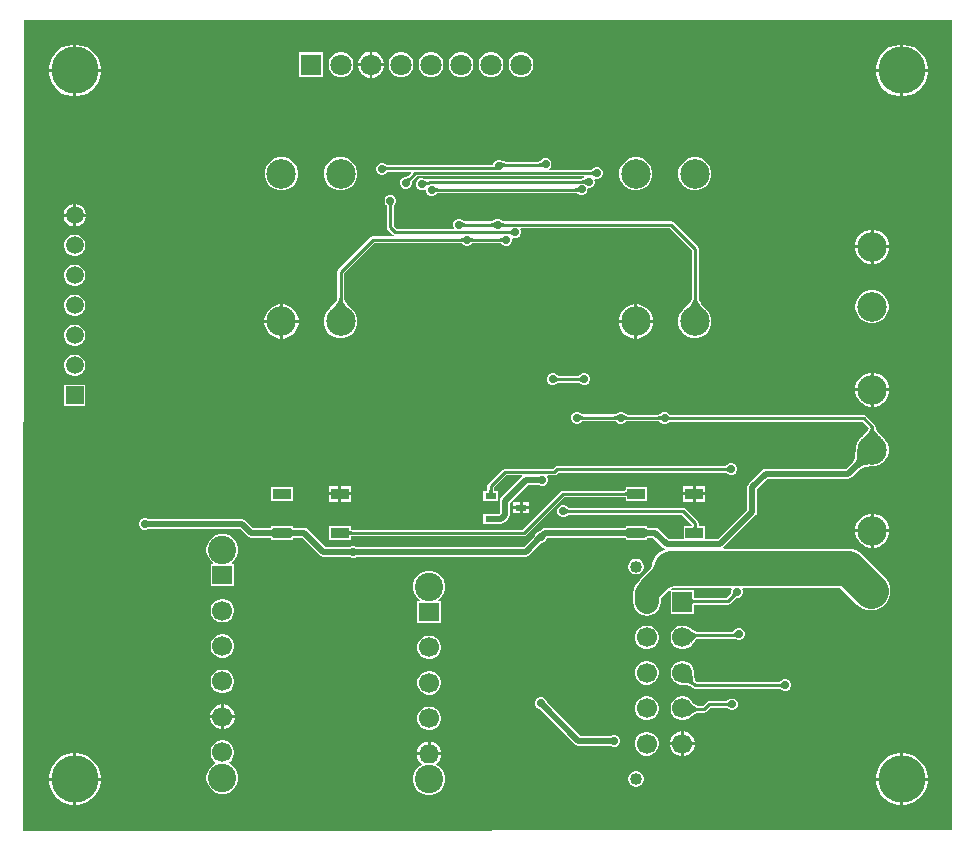
<source format=gbl>
G04*
G04 #@! TF.GenerationSoftware,Altium Limited,Altium Designer,24.8.2 (39)*
G04*
G04 Layer_Physical_Order=2*
G04 Layer_Color=16711680*
%FSAX44Y44*%
%MOMM*%
G71*
G04*
G04 #@! TF.SameCoordinates,ED335716-89E2-4A76-9CEC-4F5FE7A58361*
G04*
G04*
G04 #@! TF.FilePolarity,Positive*
G04*
G01*
G75*
%ADD11C,0.2500*%
%ADD20R,0.9500X0.5500*%
%ADD37C,1.8000*%
%ADD42C,2.5000*%
%ADD48C,0.5000*%
%ADD49C,2.0000*%
%ADD50C,3.0000*%
%ADD51R,1.8000X1.8000*%
%ADD52C,1.7000*%
%ADD53R,1.7000X1.7000*%
%ADD54C,1.0200*%
%ADD55C,4.0000*%
%ADD56C,2.4000*%
%ADD57R,1.7000X1.6000*%
%ADD58O,1.7000X1.6000*%
%ADD59C,1.5000*%
%ADD60R,1.5000X1.5000*%
%ADD61C,0.7000*%
%ADD62R,1.5000X0.9000*%
G36*
X00793065Y00006935D02*
X00007058Y00006350D01*
X00006351Y00007058D01*
X00006935Y00693065D01*
X00793065D01*
Y00006935D01*
D02*
G37*
%LPC*%
G36*
X00302248Y00666000D02*
X00302050D01*
Y00656250D01*
X00311800D01*
Y00656448D01*
X00311050Y00659246D01*
X00309602Y00661754D01*
X00307554Y00663802D01*
X00305046Y00665250D01*
X00302248Y00666000D01*
D02*
G37*
G36*
X00299550D02*
X00299352D01*
X00296554Y00665250D01*
X00294046Y00663802D01*
X00291998Y00661754D01*
X00290550Y00659246D01*
X00289800Y00656448D01*
Y00656250D01*
X00299550D01*
Y00666000D01*
D02*
G37*
G36*
X00752167Y00672000D02*
X00751250D01*
Y00651250D01*
X00772000D01*
Y00652167D01*
X00771154Y00656417D01*
X00769496Y00660421D01*
X00767088Y00664024D01*
X00764024Y00667088D01*
X00760421Y00669496D01*
X00756417Y00671155D01*
X00752167Y00672000D01*
D02*
G37*
G36*
X00748750D02*
X00747833D01*
X00743583Y00671155D01*
X00739579Y00669496D01*
X00735976Y00667088D01*
X00732912Y00664024D01*
X00730504Y00660421D01*
X00728846Y00656417D01*
X00728000Y00652167D01*
Y00651250D01*
X00748750D01*
Y00672000D01*
D02*
G37*
G36*
X00052167Y00672000D02*
X00051250D01*
Y00651250D01*
X00072000D01*
Y00652167D01*
X00071154Y00656417D01*
X00069496Y00660421D01*
X00067088Y00664024D01*
X00064024Y00667088D01*
X00060421Y00669496D01*
X00056417Y00671154D01*
X00052167Y00672000D01*
D02*
G37*
G36*
X00048750D02*
X00047833D01*
X00043583Y00671154D01*
X00039579Y00669496D01*
X00035976Y00667088D01*
X00032912Y00664024D01*
X00030504Y00660421D01*
X00028846Y00656417D01*
X00028000Y00652167D01*
Y00651250D01*
X00048750D01*
Y00672000D01*
D02*
G37*
G36*
X00429182Y00665500D02*
X00426418D01*
X00423747Y00664784D01*
X00421353Y00663402D01*
X00419398Y00661447D01*
X00418016Y00659053D01*
X00417300Y00656382D01*
Y00653618D01*
X00418016Y00650947D01*
X00419398Y00648553D01*
X00421353Y00646598D01*
X00423747Y00645216D01*
X00426418Y00644500D01*
X00429182D01*
X00431853Y00645216D01*
X00434247Y00646598D01*
X00436202Y00648553D01*
X00437584Y00650947D01*
X00438300Y00653618D01*
Y00656382D01*
X00437584Y00659053D01*
X00436202Y00661447D01*
X00434247Y00663402D01*
X00431853Y00664784D01*
X00429182Y00665500D01*
D02*
G37*
G36*
X00403782D02*
X00401018D01*
X00398347Y00664784D01*
X00395953Y00663402D01*
X00393998Y00661447D01*
X00392616Y00659053D01*
X00391900Y00656382D01*
Y00653618D01*
X00392616Y00650947D01*
X00393998Y00648553D01*
X00395953Y00646598D01*
X00398347Y00645216D01*
X00401018Y00644500D01*
X00403782D01*
X00406453Y00645216D01*
X00408847Y00646598D01*
X00410802Y00648553D01*
X00412184Y00650947D01*
X00412900Y00653618D01*
Y00656382D01*
X00412184Y00659053D01*
X00410802Y00661447D01*
X00408847Y00663402D01*
X00406453Y00664784D01*
X00403782Y00665500D01*
D02*
G37*
G36*
X00378382D02*
X00375618D01*
X00372947Y00664784D01*
X00370553Y00663402D01*
X00368598Y00661447D01*
X00367216Y00659053D01*
X00366500Y00656382D01*
Y00653618D01*
X00367216Y00650947D01*
X00368598Y00648553D01*
X00370553Y00646598D01*
X00372947Y00645216D01*
X00375618Y00644500D01*
X00378382D01*
X00381053Y00645216D01*
X00383447Y00646598D01*
X00385402Y00648553D01*
X00386784Y00650947D01*
X00387500Y00653618D01*
Y00656382D01*
X00386784Y00659053D01*
X00385402Y00661447D01*
X00383447Y00663402D01*
X00381053Y00664784D01*
X00378382Y00665500D01*
D02*
G37*
G36*
X00352982D02*
X00350218D01*
X00347547Y00664784D01*
X00345153Y00663402D01*
X00343198Y00661447D01*
X00341816Y00659053D01*
X00341100Y00656382D01*
Y00653618D01*
X00341816Y00650947D01*
X00343198Y00648553D01*
X00345153Y00646598D01*
X00347547Y00645216D01*
X00350218Y00644500D01*
X00352982D01*
X00355653Y00645216D01*
X00358047Y00646598D01*
X00360002Y00648553D01*
X00361384Y00650947D01*
X00362100Y00653618D01*
Y00656382D01*
X00361384Y00659053D01*
X00360002Y00661447D01*
X00358047Y00663402D01*
X00355653Y00664784D01*
X00352982Y00665500D01*
D02*
G37*
G36*
X00327582D02*
X00324818D01*
X00322147Y00664784D01*
X00319753Y00663402D01*
X00317798Y00661447D01*
X00316416Y00659053D01*
X00315700Y00656382D01*
Y00653618D01*
X00316416Y00650947D01*
X00317798Y00648553D01*
X00319753Y00646598D01*
X00322147Y00645216D01*
X00324818Y00644500D01*
X00327582D01*
X00330253Y00645216D01*
X00332647Y00646598D01*
X00334602Y00648553D01*
X00335984Y00650947D01*
X00336700Y00653618D01*
Y00656382D01*
X00335984Y00659053D01*
X00334602Y00661447D01*
X00332647Y00663402D01*
X00330253Y00664784D01*
X00327582Y00665500D01*
D02*
G37*
G36*
X00276782D02*
X00274018D01*
X00271347Y00664784D01*
X00268953Y00663402D01*
X00266998Y00661447D01*
X00265616Y00659053D01*
X00264900Y00656382D01*
Y00653618D01*
X00265616Y00650947D01*
X00266998Y00648553D01*
X00268953Y00646598D01*
X00271347Y00645216D01*
X00274018Y00644500D01*
X00276782D01*
X00279453Y00645216D01*
X00281847Y00646598D01*
X00283802Y00648553D01*
X00285184Y00650947D01*
X00285900Y00653618D01*
Y00656382D01*
X00285184Y00659053D01*
X00283802Y00661447D01*
X00281847Y00663402D01*
X00279453Y00664784D01*
X00276782Y00665500D01*
D02*
G37*
G36*
X00260500D02*
X00239500D01*
Y00644500D01*
X00260500D01*
Y00665500D01*
D02*
G37*
G36*
X00311800Y00653750D02*
X00302050D01*
Y00644000D01*
X00302248D01*
X00305046Y00644750D01*
X00307554Y00646198D01*
X00309602Y00648246D01*
X00311050Y00650754D01*
X00311800Y00653552D01*
Y00653750D01*
D02*
G37*
G36*
X00299550D02*
X00289800D01*
Y00653552D01*
X00290550Y00650754D01*
X00291998Y00648246D01*
X00294046Y00646198D01*
X00296554Y00644750D01*
X00299352Y00644000D01*
X00299550D01*
Y00653750D01*
D02*
G37*
G36*
X00772000Y00648750D02*
X00751250D01*
Y00628000D01*
X00752167D01*
X00756417Y00628845D01*
X00760421Y00630504D01*
X00764024Y00632911D01*
X00767088Y00635976D01*
X00769496Y00639579D01*
X00771154Y00643583D01*
X00772000Y00647833D01*
Y00648750D01*
D02*
G37*
G36*
X00748750D02*
X00728000D01*
Y00647833D01*
X00728846Y00643583D01*
X00730504Y00639579D01*
X00732912Y00635976D01*
X00735976Y00632911D01*
X00739579Y00630504D01*
X00743583Y00628845D01*
X00747833Y00628000D01*
X00748750D01*
Y00648750D01*
D02*
G37*
G36*
X00072000Y00648750D02*
X00051250D01*
Y00628000D01*
X00052167D01*
X00056417Y00628845D01*
X00060421Y00630504D01*
X00064024Y00632911D01*
X00067088Y00635976D01*
X00069496Y00639579D01*
X00071154Y00643583D01*
X00072000Y00647833D01*
Y00648750D01*
D02*
G37*
G36*
X00048750D02*
X00028000D01*
Y00647833D01*
X00028846Y00643583D01*
X00030504Y00639579D01*
X00032912Y00635976D01*
X00035976Y00632911D01*
X00039579Y00630504D01*
X00043583Y00628845D01*
X00047833Y00628000D01*
X00048750D01*
Y00648750D01*
D02*
G37*
G36*
X00449559Y00575738D02*
X00447569D01*
X00445732Y00574977D01*
X00444504Y00573749D01*
X00444358Y00573661D01*
X00444215Y00573469D01*
X00444117Y00573360D01*
X00444019Y00573272D01*
X00443919Y00573199D01*
X00443813Y00573138D01*
X00443696Y00573086D01*
X00443562Y00573043D01*
X00443406Y00573008D01*
X00443225Y00572986D01*
X00442954Y00572975D01*
X00442833Y00572919D01*
X00442702Y00572946D01*
X00442644Y00572907D01*
X00414445D01*
X00414292Y00572976D01*
X00414015Y00572984D01*
X00413793Y00573004D01*
X00413578Y00573038D01*
X00413367Y00573084D01*
X00413160Y00573144D01*
X00412955Y00573217D01*
X00412752Y00573304D01*
X00412548Y00573407D01*
X00412345Y00573525D01*
X00412104Y00573685D01*
X00412035Y00573698D01*
X00412026Y00573707D01*
X00410189Y00574468D01*
X00408199D01*
X00406362Y00573707D01*
X00404955Y00572300D01*
X00404194Y00570463D01*
Y00569922D01*
X00315501D01*
X00315349Y00569991D01*
X00315074Y00570000D01*
X00314859Y00570021D01*
X00314653Y00570055D01*
X00314452Y00570103D01*
X00314257Y00570164D01*
X00314066Y00570239D01*
X00313876Y00570329D01*
X00313687Y00570434D01*
X00313498Y00570556D01*
X00313269Y00570726D01*
X00313115Y00570764D01*
X00312966Y00570913D01*
X00311129Y00571674D01*
X00309139D01*
X00307302Y00570913D01*
X00305895Y00569506D01*
X00305134Y00567669D01*
Y00565679D01*
X00305895Y00563842D01*
X00307302Y00562435D01*
X00309139Y00561674D01*
X00311129D01*
X00312966Y00562435D01*
X00313924Y00563393D01*
X00314175Y00563526D01*
X00314334Y00563718D01*
X00314449Y00563834D01*
X00314564Y00563930D01*
X00314681Y00564010D01*
X00314803Y00564076D01*
X00314935Y00564132D01*
X00315082Y00564178D01*
X00315246Y00564213D01*
X00315431Y00564235D01*
X00315703Y00564246D01*
X00315779Y00564281D01*
X00315861Y00564259D01*
X00315954Y00564314D01*
X00334252D01*
X00334635Y00563390D01*
X00332161Y00560917D01*
X00332007Y00560859D01*
X00331807Y00560673D01*
X00331651Y00560548D01*
X00331494Y00560442D01*
X00331338Y00560354D01*
X00331178Y00560280D01*
X00331013Y00560220D01*
X00330841Y00560174D01*
X00330658Y00560140D01*
X00330462Y00560120D01*
X00330192Y00560113D01*
X00329916Y00559990D01*
X00329205D01*
X00327368Y00559229D01*
X00325961Y00557822D01*
X00325200Y00555985D01*
Y00553995D01*
X00325961Y00552158D01*
X00327368Y00550751D01*
X00329205Y00549990D01*
X00331195D01*
X00333032Y00550751D01*
X00334439Y00552158D01*
X00335200Y00553995D01*
Y00554706D01*
X00335323Y00554982D01*
X00335330Y00555252D01*
X00335350Y00555448D01*
X00335384Y00555631D01*
X00335430Y00555803D01*
X00335490Y00555968D01*
X00335564Y00556127D01*
X00335652Y00556284D01*
X00335758Y00556441D01*
X00335883Y00556597D01*
X00336069Y00556797D01*
X00336127Y00556951D01*
X00339489Y00560314D01*
X00481166D01*
X00481431Y00559622D01*
X00481454Y00559314D01*
X00481327Y00559194D01*
X00481175Y00559070D01*
X00481022Y00558965D01*
X00480867Y00558876D01*
X00480708Y00558801D01*
X00480543Y00558740D01*
X00480370Y00558692D01*
X00480184Y00558657D01*
X00479985Y00558634D01*
X00479712Y00558624D01*
X00479562Y00558556D01*
X00350528D01*
X00349455Y00558342D01*
X00348545Y00557735D01*
X00348276Y00557465D01*
X00348088Y00557481D01*
X00347862Y00557512D01*
X00347639Y00557556D01*
X00347418Y00557612D01*
X00347199Y00557682D01*
X00347001Y00557757D01*
X00346526Y00557982D01*
X00346291Y00558117D01*
X00346030Y00558151D01*
X00344657Y00558720D01*
X00342667D01*
X00340830Y00557959D01*
X00339423Y00556552D01*
X00338662Y00554715D01*
Y00552725D01*
X00339423Y00550888D01*
X00340830Y00549481D01*
X00342667Y00548720D01*
X00344657D01*
X00346255Y00549382D01*
X00346994Y00549052D01*
X00347255Y00548828D01*
Y00547645D01*
X00348016Y00545808D01*
X00349423Y00544401D01*
X00351260Y00543640D01*
X00353250D01*
X00355087Y00544401D01*
X00355970Y00545284D01*
X00356240Y00545421D01*
X00356404Y00545612D01*
X00356524Y00545730D01*
X00356644Y00545828D01*
X00356767Y00545910D01*
X00356895Y00545978D01*
X00357031Y00546035D01*
X00357181Y00546081D01*
X00357349Y00546116D01*
X00357536Y00546138D01*
X00357808Y00546149D01*
X00357869Y00546177D01*
X00357935Y00546158D01*
X00358040Y00546217D01*
X00473642D01*
X00473794Y00546148D01*
X00474069Y00546139D01*
X00474281Y00546118D01*
X00474485Y00546083D01*
X00474681Y00546035D01*
X00474872Y00545974D01*
X00475059Y00545899D01*
X00475244Y00545808D01*
X00475428Y00545703D01*
X00475613Y00545579D01*
X00475837Y00545407D01*
X00476016Y00545359D01*
X00476212Y00545163D01*
X00478049Y00544402D01*
X00480039D01*
X00481876Y00545163D01*
X00483283Y00546570D01*
X00484044Y00548407D01*
Y00549828D01*
X00484109Y00550422D01*
X00484968Y00550752D01*
X00486135D01*
X00487972Y00551513D01*
X00489379Y00552920D01*
X00490140Y00554757D01*
Y00556747D01*
X00489817Y00557527D01*
X00490582Y00558293D01*
X00491003Y00558118D01*
X00492993D01*
X00494830Y00558879D01*
X00496237Y00560286D01*
X00496998Y00562123D01*
Y00564113D01*
X00496237Y00565950D01*
X00494830Y00567357D01*
X00492993Y00568118D01*
X00491003D01*
X00489166Y00567357D01*
X00488663Y00566854D01*
X00488381Y00566746D01*
X00488185Y00566560D01*
X00488033Y00566436D01*
X00487880Y00566331D01*
X00487724Y00566241D01*
X00487566Y00566167D01*
X00487401Y00566106D01*
X00487228Y00566058D01*
X00487042Y00566022D01*
X00486843Y00566000D01*
X00486570Y00565990D01*
X00486420Y00565922D01*
X00452233D01*
X00451819Y00566922D01*
X00452803Y00567906D01*
X00453564Y00569743D01*
Y00571733D01*
X00452803Y00573570D01*
X00451396Y00574977D01*
X00449559Y00575738D01*
D02*
G37*
G36*
X00576843Y00576500D02*
X00573157D01*
X00569596Y00575546D01*
X00566404Y00573703D01*
X00563797Y00571096D01*
X00561954Y00567904D01*
X00561000Y00564343D01*
Y00560657D01*
X00561954Y00557096D01*
X00563797Y00553904D01*
X00566404Y00551297D01*
X00569596Y00549454D01*
X00573157Y00548500D01*
X00576843D01*
X00580404Y00549454D01*
X00583596Y00551297D01*
X00586203Y00553904D01*
X00588046Y00557096D01*
X00589000Y00560657D01*
Y00564343D01*
X00588046Y00567904D01*
X00586203Y00571096D01*
X00583596Y00573703D01*
X00580404Y00575546D01*
X00576843Y00576500D01*
D02*
G37*
G36*
X00526843D02*
X00523157D01*
X00519596Y00575546D01*
X00516404Y00573703D01*
X00513797Y00571096D01*
X00511954Y00567904D01*
X00511000Y00564343D01*
Y00560657D01*
X00511954Y00557096D01*
X00513797Y00553904D01*
X00516404Y00551297D01*
X00519596Y00549454D01*
X00523157Y00548500D01*
X00526843D01*
X00530404Y00549454D01*
X00533596Y00551297D01*
X00536203Y00553904D01*
X00538046Y00557096D01*
X00539000Y00560657D01*
Y00564343D01*
X00538046Y00567904D01*
X00536203Y00571096D01*
X00533596Y00573703D01*
X00530404Y00575546D01*
X00526843Y00576500D01*
D02*
G37*
G36*
X00276843D02*
X00273157D01*
X00269596Y00575546D01*
X00266404Y00573703D01*
X00263797Y00571096D01*
X00261954Y00567904D01*
X00261000Y00564343D01*
Y00560657D01*
X00261954Y00557096D01*
X00263797Y00553904D01*
X00266404Y00551297D01*
X00269596Y00549454D01*
X00273157Y00548500D01*
X00276843D01*
X00280404Y00549454D01*
X00283596Y00551297D01*
X00286203Y00553904D01*
X00288046Y00557096D01*
X00289000Y00560657D01*
Y00564343D01*
X00288046Y00567904D01*
X00286203Y00571096D01*
X00283596Y00573703D01*
X00280404Y00575546D01*
X00276843Y00576500D01*
D02*
G37*
G36*
X00226843D02*
X00223157D01*
X00219596Y00575546D01*
X00216404Y00573703D01*
X00213797Y00571096D01*
X00211954Y00567904D01*
X00211000Y00564343D01*
Y00560657D01*
X00211954Y00557096D01*
X00213797Y00553904D01*
X00216404Y00551297D01*
X00219596Y00549454D01*
X00223157Y00548500D01*
X00226843D01*
X00230404Y00549454D01*
X00233596Y00551297D01*
X00236203Y00553904D01*
X00238046Y00557096D01*
X00239000Y00560657D01*
Y00564343D01*
X00238046Y00567904D01*
X00236203Y00571096D01*
X00233596Y00573703D01*
X00230404Y00575546D01*
X00226843Y00576500D01*
D02*
G37*
G36*
X00051251Y00537000D02*
X00051250D01*
Y00528750D01*
X00059500D01*
Y00528751D01*
X00058853Y00531167D01*
X00057602Y00533333D01*
X00055833Y00535102D01*
X00053667Y00536353D01*
X00051251Y00537000D01*
D02*
G37*
G36*
X00048750D02*
X00048749D01*
X00046333Y00536353D01*
X00044167Y00535102D01*
X00042398Y00533333D01*
X00041147Y00531167D01*
X00040500Y00528751D01*
Y00528750D01*
X00048750D01*
Y00537000D01*
D02*
G37*
G36*
X00059500Y00526250D02*
X00051250D01*
Y00518000D01*
X00051251D01*
X00053667Y00518647D01*
X00055833Y00519898D01*
X00057602Y00521667D01*
X00058853Y00523833D01*
X00059500Y00526249D01*
Y00526250D01*
D02*
G37*
G36*
X00048750D02*
X00040500D01*
Y00526249D01*
X00041147Y00523833D01*
X00042398Y00521667D01*
X00044167Y00519898D01*
X00046333Y00518647D01*
X00048749Y00518000D01*
X00048750D01*
Y00526250D01*
D02*
G37*
G36*
X00726909Y00515300D02*
X00726250D01*
Y00502050D01*
X00739500D01*
Y00502709D01*
X00738512Y00506397D01*
X00736603Y00509703D01*
X00733903Y00512403D01*
X00730597Y00514312D01*
X00726909Y00515300D01*
D02*
G37*
G36*
X00723750D02*
X00723091D01*
X00719403Y00514312D01*
X00716097Y00512403D01*
X00713397Y00509703D01*
X00711488Y00506397D01*
X00710500Y00502709D01*
Y00502050D01*
X00723750D01*
Y00515300D01*
D02*
G37*
G36*
X00051185Y00511000D02*
X00048815D01*
X00046526Y00510387D01*
X00044474Y00509202D01*
X00042798Y00507526D01*
X00041613Y00505474D01*
X00041000Y00503185D01*
Y00500815D01*
X00041613Y00498526D01*
X00042798Y00496474D01*
X00044474Y00494798D01*
X00046526Y00493613D01*
X00048815Y00493000D01*
X00051185D01*
X00053474Y00493613D01*
X00055526Y00494798D01*
X00057202Y00496474D01*
X00058387Y00498526D01*
X00059000Y00500815D01*
Y00503185D01*
X00058387Y00505474D01*
X00057202Y00507526D01*
X00055526Y00509202D01*
X00053474Y00510387D01*
X00051185Y00511000D01*
D02*
G37*
G36*
X00739500Y00499550D02*
X00726250D01*
Y00486300D01*
X00726909D01*
X00730597Y00487288D01*
X00733903Y00489197D01*
X00736603Y00491897D01*
X00738512Y00495203D01*
X00739500Y00498891D01*
Y00499550D01*
D02*
G37*
G36*
X00723750D02*
X00710500D01*
Y00498891D01*
X00711488Y00495203D01*
X00713397Y00491897D01*
X00716097Y00489197D01*
X00719403Y00487288D01*
X00723091Y00486300D01*
X00723750D01*
Y00499550D01*
D02*
G37*
G36*
X00051185Y00485600D02*
X00048815D01*
X00046526Y00484987D01*
X00044474Y00483802D01*
X00042798Y00482126D01*
X00041613Y00480074D01*
X00041000Y00477785D01*
Y00475415D01*
X00041613Y00473126D01*
X00042798Y00471074D01*
X00044474Y00469398D01*
X00046526Y00468213D01*
X00048815Y00467600D01*
X00051185D01*
X00053474Y00468213D01*
X00055526Y00469398D01*
X00057202Y00471074D01*
X00058387Y00473126D01*
X00059000Y00475415D01*
Y00477785D01*
X00058387Y00480074D01*
X00057202Y00482126D01*
X00055526Y00483802D01*
X00053474Y00484987D01*
X00051185Y00485600D01*
D02*
G37*
G36*
Y00460200D02*
X00048815D01*
X00046526Y00459587D01*
X00044474Y00458402D01*
X00042798Y00456726D01*
X00041613Y00454674D01*
X00041000Y00452385D01*
Y00450015D01*
X00041613Y00447726D01*
X00042798Y00445674D01*
X00044474Y00443998D01*
X00046526Y00442813D01*
X00048815Y00442200D01*
X00051185D01*
X00053474Y00442813D01*
X00055526Y00443998D01*
X00057202Y00445674D01*
X00058387Y00447726D01*
X00059000Y00450015D01*
Y00452385D01*
X00058387Y00454674D01*
X00057202Y00456726D01*
X00055526Y00458402D01*
X00053474Y00459587D01*
X00051185Y00460200D01*
D02*
G37*
G36*
X00526909Y00452000D02*
X00526250D01*
Y00438750D01*
X00539500D01*
Y00439409D01*
X00538512Y00443097D01*
X00536603Y00446403D01*
X00533903Y00449103D01*
X00530597Y00451012D01*
X00526909Y00452000D01*
D02*
G37*
G36*
X00523750D02*
X00523091D01*
X00519403Y00451012D01*
X00516097Y00449103D01*
X00513397Y00446403D01*
X00511488Y00443097D01*
X00510500Y00439409D01*
Y00438750D01*
X00523750D01*
Y00452000D01*
D02*
G37*
G36*
X00226909D02*
X00226250D01*
Y00438750D01*
X00239500D01*
Y00439409D01*
X00238512Y00443097D01*
X00236603Y00446403D01*
X00233903Y00449103D01*
X00230597Y00451012D01*
X00226909Y00452000D01*
D02*
G37*
G36*
X00223750D02*
X00223091D01*
X00219403Y00451012D01*
X00216097Y00449103D01*
X00213397Y00446403D01*
X00211488Y00443097D01*
X00210500Y00439409D01*
Y00438750D01*
X00223750D01*
Y00452000D01*
D02*
G37*
G36*
X00726843Y00464000D02*
X00723157D01*
X00719596Y00463046D01*
X00716404Y00461203D01*
X00713797Y00458596D01*
X00711954Y00455404D01*
X00711000Y00451843D01*
Y00448157D01*
X00711954Y00444596D01*
X00713797Y00441404D01*
X00716404Y00438797D01*
X00719596Y00436954D01*
X00723157Y00436000D01*
X00726843D01*
X00730404Y00436954D01*
X00733596Y00438797D01*
X00736203Y00441404D01*
X00738046Y00444596D01*
X00739000Y00448157D01*
Y00451843D01*
X00738046Y00455404D01*
X00736203Y00458596D01*
X00733596Y00461203D01*
X00730404Y00463046D01*
X00726843Y00464000D01*
D02*
G37*
G36*
X00318241Y00544750D02*
X00316251D01*
X00314414Y00543989D01*
X00313007Y00542582D01*
X00312246Y00540745D01*
Y00538755D01*
X00313007Y00536918D01*
X00313510Y00536415D01*
X00313618Y00536133D01*
X00313804Y00535937D01*
X00313928Y00535785D01*
X00314033Y00535632D01*
X00314123Y00535476D01*
X00314197Y00535318D01*
X00314258Y00535153D01*
X00314306Y00534980D01*
X00314342Y00534794D01*
X00314364Y00534595D01*
X00314373Y00534322D01*
X00314442Y00534172D01*
Y00517092D01*
X00314656Y00516019D01*
X00315263Y00515109D01*
X00319275Y00511097D01*
X00320118Y00510534D01*
X00320128Y00510461D01*
X00319544Y00509534D01*
X00302260D01*
X00301187Y00509320D01*
X00300277Y00508713D01*
X00273017Y00481453D01*
X00272410Y00480543D01*
X00272196Y00479470D01*
Y00457711D01*
X00272134Y00457595D01*
X00272072Y00456959D01*
X00271908Y00456345D01*
X00271603Y00455599D01*
X00271145Y00454735D01*
X00270531Y00453768D01*
X00269779Y00452730D01*
X00266487Y00448968D01*
X00265099Y00447571D01*
X00264977Y00447276D01*
X00263797Y00446096D01*
X00261954Y00442904D01*
X00261000Y00439343D01*
Y00435657D01*
X00261954Y00432096D01*
X00263797Y00428904D01*
X00266404Y00426297D01*
X00269596Y00424454D01*
X00273157Y00423500D01*
X00276843D01*
X00280404Y00424454D01*
X00283596Y00426297D01*
X00286203Y00428904D01*
X00288046Y00432096D01*
X00289000Y00435657D01*
Y00439343D01*
X00288046Y00442904D01*
X00286203Y00446096D01*
X00285023Y00447276D01*
X00284901Y00447571D01*
X00283493Y00448988D01*
X00282264Y00450298D01*
X00280230Y00452717D01*
X00279469Y00453767D01*
X00278855Y00454735D01*
X00278397Y00455599D01*
X00278092Y00456345D01*
X00277928Y00456959D01*
X00277866Y00457595D01*
X00277804Y00457711D01*
Y00478309D01*
X00303421Y00503926D01*
X00376307D01*
X00376435Y00503861D01*
X00376468Y00503872D01*
X00376499Y00503858D01*
X00376772Y00503847D01*
X00376963Y00503825D01*
X00377136Y00503789D01*
X00377294Y00503742D01*
X00377440Y00503684D01*
X00377578Y00503613D01*
X00377711Y00503529D01*
X00377843Y00503427D01*
X00377975Y00503306D01*
X00378149Y00503116D01*
X00378441Y00502980D01*
X00379184Y00502237D01*
X00381021Y00501476D01*
X00383011D01*
X00384848Y00502237D01*
X00385388Y00502777D01*
X00385675Y00502891D01*
X00385868Y00503077D01*
X00386017Y00503202D01*
X00386167Y00503307D01*
X00386318Y00503395D01*
X00386474Y00503469D01*
X00386635Y00503530D01*
X00386806Y00503578D01*
X00386989Y00503613D01*
X00387187Y00503636D01*
X00387460Y00503645D01*
X00387610Y00503714D01*
X00409729D01*
X00409879Y00503645D01*
X00410152Y00503636D01*
X00410353Y00503614D01*
X00410540Y00503578D01*
X00410716Y00503530D01*
X00410884Y00503469D01*
X00411046Y00503394D01*
X00411204Y00503304D01*
X00411361Y00503198D01*
X00411517Y00503074D01*
X00411716Y00502889D01*
X00411991Y00502788D01*
X00412458Y00502321D01*
X00414295Y00501560D01*
X00416285D01*
X00418122Y00502321D01*
X00419529Y00503728D01*
X00420290Y00505565D01*
Y00507555D01*
X00420232Y00507695D01*
X00420997Y00508460D01*
X00421915Y00508080D01*
X00423905D01*
X00425742Y00508841D01*
X00427149Y00510248D01*
X00427910Y00512085D01*
Y00514075D01*
X00427267Y00515626D01*
X00427742Y00516626D01*
X00553829D01*
X00572506Y00497949D01*
Y00457738D01*
X00572444Y00457621D01*
X00572381Y00456972D01*
X00572216Y00456355D01*
X00571909Y00455615D01*
X00571449Y00454764D01*
X00570832Y00453815D01*
X00570076Y00452804D01*
X00566752Y00449157D01*
X00565350Y00447813D01*
X00565222Y00447521D01*
X00563797Y00446096D01*
X00561954Y00442904D01*
X00561000Y00439343D01*
Y00435657D01*
X00561954Y00432096D01*
X00563797Y00428904D01*
X00566404Y00426297D01*
X00569596Y00424454D01*
X00573157Y00423500D01*
X00576843D01*
X00580404Y00424454D01*
X00583596Y00426297D01*
X00586203Y00428904D01*
X00588046Y00432096D01*
X00589000Y00435657D01*
Y00439343D01*
X00588046Y00442904D01*
X00586203Y00446096D01*
X00585261Y00447038D01*
X00585162Y00447308D01*
X00582531Y00450159D01*
X00580524Y00452640D01*
X00579768Y00453716D01*
X00579158Y00454703D01*
X00578703Y00455578D01*
X00578399Y00456329D01*
X00578237Y00456939D01*
X00578176Y00457561D01*
X00578114Y00457677D01*
Y00499110D01*
X00577900Y00500183D01*
X00577293Y00501093D01*
X00556973Y00521413D01*
X00556063Y00522020D01*
X00554990Y00522234D01*
X00413461D01*
X00413310Y00522303D01*
X00413037Y00522312D01*
X00412835Y00522334D01*
X00412644Y00522370D01*
X00412465Y00522418D01*
X00412293Y00522480D01*
X00412127Y00522555D01*
X00411964Y00522644D01*
X00411802Y00522751D01*
X00411641Y00522876D01*
X00411437Y00523059D01*
X00411174Y00523151D01*
X00410756Y00523569D01*
X00408919Y00524330D01*
X00406929D01*
X00405092Y00523569D01*
X00404632Y00523109D01*
X00404359Y00523009D01*
X00404159Y00522825D01*
X00404002Y00522700D01*
X00403844Y00522594D01*
X00403685Y00522504D01*
X00403523Y00522429D01*
X00403355Y00522368D01*
X00403178Y00522320D01*
X00402990Y00522284D01*
X00402790Y00522262D01*
X00402517Y00522253D01*
X00402366Y00522184D01*
X00381009D01*
X00380859Y00522253D01*
X00380586Y00522262D01*
X00380389Y00522285D01*
X00380206Y00522320D01*
X00380035Y00522368D01*
X00379874Y00522429D01*
X00379719Y00522503D01*
X00379569Y00522591D01*
X00379420Y00522696D01*
X00379271Y00522820D01*
X00379079Y00523007D01*
X00378791Y00523122D01*
X00378244Y00523669D01*
X00376407Y00524430D01*
X00374417D01*
X00372580Y00523669D01*
X00371173Y00522262D01*
X00370412Y00520425D01*
Y00518435D01*
X00371055Y00516884D01*
X00370580Y00515884D01*
X00322419D01*
X00320050Y00518253D01*
Y00534172D01*
X00320118Y00534322D01*
X00320128Y00534595D01*
X00320150Y00534794D01*
X00320186Y00534980D01*
X00320234Y00535153D01*
X00320295Y00535318D01*
X00320369Y00535476D01*
X00320459Y00535632D01*
X00320564Y00535785D01*
X00320688Y00535937D01*
X00320874Y00536133D01*
X00320982Y00536415D01*
X00321485Y00536918D01*
X00322246Y00538755D01*
Y00540745D01*
X00321485Y00542582D01*
X00320078Y00543989D01*
X00318241Y00544750D01*
D02*
G37*
G36*
X00539500Y00436250D02*
X00526250D01*
Y00423000D01*
X00526909D01*
X00530597Y00423988D01*
X00533903Y00425897D01*
X00536603Y00428597D01*
X00538512Y00431903D01*
X00539500Y00435591D01*
Y00436250D01*
D02*
G37*
G36*
X00523750D02*
X00510500D01*
Y00435591D01*
X00511488Y00431903D01*
X00513397Y00428597D01*
X00516097Y00425897D01*
X00519403Y00423988D01*
X00523091Y00423000D01*
X00523750D01*
Y00436250D01*
D02*
G37*
G36*
X00239500Y00436250D02*
X00226250D01*
Y00423000D01*
X00226909D01*
X00230597Y00423988D01*
X00233903Y00425897D01*
X00236603Y00428597D01*
X00238512Y00431903D01*
X00239500Y00435591D01*
Y00436250D01*
D02*
G37*
G36*
X00223750D02*
X00210500D01*
Y00435591D01*
X00211488Y00431903D01*
X00213397Y00428597D01*
X00216097Y00425897D01*
X00219403Y00423988D01*
X00223091Y00423000D01*
X00223750D01*
Y00436250D01*
D02*
G37*
G36*
X00051185Y00434800D02*
X00048815D01*
X00046526Y00434187D01*
X00044474Y00433002D01*
X00042798Y00431326D01*
X00041613Y00429274D01*
X00041000Y00426985D01*
Y00424615D01*
X00041613Y00422326D01*
X00042798Y00420274D01*
X00044474Y00418598D01*
X00046526Y00417413D01*
X00048815Y00416800D01*
X00051185D01*
X00053474Y00417413D01*
X00055526Y00418598D01*
X00057202Y00420274D01*
X00058387Y00422326D01*
X00059000Y00424615D01*
Y00426985D01*
X00058387Y00429274D01*
X00057202Y00431326D01*
X00055526Y00433002D01*
X00053474Y00434187D01*
X00051185Y00434800D01*
D02*
G37*
G36*
X00482325Y00393620D02*
X00480335D01*
X00478498Y00392859D01*
X00477995Y00392356D01*
X00477713Y00392248D01*
X00477517Y00392062D01*
X00477365Y00391938D01*
X00477212Y00391833D01*
X00477057Y00391744D01*
X00476898Y00391669D01*
X00476733Y00391608D01*
X00476560Y00391560D01*
X00476374Y00391525D01*
X00476175Y00391502D01*
X00475902Y00391493D01*
X00475752Y00391424D01*
X00460238D01*
X00460088Y00391493D01*
X00459815Y00391502D01*
X00459616Y00391525D01*
X00459430Y00391560D01*
X00459257Y00391608D01*
X00459092Y00391669D01*
X00458934Y00391743D01*
X00458778Y00391833D01*
X00458625Y00391938D01*
X00458473Y00392062D01*
X00458277Y00392248D01*
X00457995Y00392356D01*
X00457492Y00392859D01*
X00455655Y00393620D01*
X00453665D01*
X00451828Y00392859D01*
X00450421Y00391452D01*
X00449660Y00389615D01*
Y00387625D01*
X00450421Y00385788D01*
X00451828Y00384381D01*
X00453665Y00383620D01*
X00455655D01*
X00457492Y00384381D01*
X00457995Y00384884D01*
X00458277Y00384992D01*
X00458473Y00385178D01*
X00458625Y00385302D01*
X00458778Y00385407D01*
X00458933Y00385496D01*
X00459092Y00385571D01*
X00459257Y00385632D01*
X00459430Y00385680D01*
X00459616Y00385715D01*
X00459815Y00385738D01*
X00460088Y00385747D01*
X00460238Y00385816D01*
X00475752D01*
X00475902Y00385747D01*
X00476175Y00385738D01*
X00476374Y00385715D01*
X00476560Y00385680D01*
X00476733Y00385632D01*
X00476898Y00385571D01*
X00477056Y00385497D01*
X00477212Y00385407D01*
X00477365Y00385302D01*
X00477517Y00385178D01*
X00477713Y00384992D01*
X00477995Y00384884D01*
X00478498Y00384381D01*
X00480335Y00383620D01*
X00482325D01*
X00484162Y00384381D01*
X00485569Y00385788D01*
X00486330Y00387625D01*
Y00389615D01*
X00485569Y00391452D01*
X00484162Y00392859D01*
X00482325Y00393620D01*
D02*
G37*
G36*
X00051185Y00409400D02*
X00048815D01*
X00046526Y00408787D01*
X00044474Y00407602D01*
X00042798Y00405926D01*
X00041613Y00403874D01*
X00041000Y00401585D01*
Y00399215D01*
X00041613Y00396926D01*
X00042798Y00394874D01*
X00044474Y00393198D01*
X00046526Y00392013D01*
X00048815Y00391400D01*
X00051185D01*
X00053474Y00392013D01*
X00055526Y00393198D01*
X00057202Y00394874D01*
X00058387Y00396926D01*
X00059000Y00399215D01*
Y00401585D01*
X00058387Y00403874D01*
X00057202Y00405926D01*
X00055526Y00407602D01*
X00053474Y00408787D01*
X00051185Y00409400D01*
D02*
G37*
G36*
X00727079Y00394230D02*
X00726420D01*
Y00380980D01*
X00739670D01*
Y00381639D01*
X00738682Y00385327D01*
X00736773Y00388633D01*
X00734073Y00391333D01*
X00730767Y00393242D01*
X00727079Y00394230D01*
D02*
G37*
G36*
X00723920D02*
X00723261D01*
X00719573Y00393242D01*
X00716267Y00391333D01*
X00713567Y00388633D01*
X00711658Y00385327D01*
X00710670Y00381639D01*
Y00380980D01*
X00723920D01*
Y00394230D01*
D02*
G37*
G36*
X00059000Y00384000D02*
X00041000D01*
Y00366000D01*
X00059000D01*
Y00384000D01*
D02*
G37*
G36*
X00739670Y00378480D02*
X00726420D01*
Y00365230D01*
X00727079D01*
X00730767Y00366218D01*
X00734073Y00368127D01*
X00736773Y00370827D01*
X00738682Y00374133D01*
X00739670Y00377821D01*
Y00378480D01*
D02*
G37*
G36*
X00723920D02*
X00710670D01*
Y00377821D01*
X00711658Y00374133D01*
X00713567Y00370827D01*
X00716267Y00368127D01*
X00719573Y00366218D01*
X00723261Y00365230D01*
X00723920D01*
Y00378480D01*
D02*
G37*
G36*
X00513313Y00361108D02*
X00511323D01*
X00509486Y00360347D01*
X00508983Y00359844D01*
X00508701Y00359736D01*
X00508505Y00359550D01*
X00508353Y00359426D01*
X00508200Y00359321D01*
X00508045Y00359231D01*
X00507886Y00359157D01*
X00507721Y00359096D01*
X00507548Y00359048D01*
X00507362Y00359012D01*
X00507163Y00358990D01*
X00506890Y00358980D01*
X00506740Y00358912D01*
X00480812D01*
X00480662Y00358980D01*
X00480389Y00358990D01*
X00480190Y00359012D01*
X00480004Y00359048D01*
X00479831Y00359096D01*
X00479666Y00359157D01*
X00479508Y00359231D01*
X00479352Y00359321D01*
X00479199Y00359426D01*
X00479047Y00359550D01*
X00478851Y00359736D01*
X00478569Y00359844D01*
X00478066Y00360347D01*
X00476229Y00361108D01*
X00474239D01*
X00472402Y00360347D01*
X00470995Y00358940D01*
X00470234Y00357103D01*
Y00355113D01*
X00470995Y00353276D01*
X00472402Y00351869D01*
X00474239Y00351108D01*
X00476229D01*
X00478066Y00351869D01*
X00478569Y00352372D01*
X00478851Y00352480D01*
X00479047Y00352666D01*
X00479199Y00352790D01*
X00479352Y00352895D01*
X00479507Y00352985D01*
X00479666Y00353059D01*
X00479831Y00353120D01*
X00480004Y00353168D01*
X00480190Y00353204D01*
X00480389Y00353226D01*
X00480662Y00353236D01*
X00480812Y00353304D01*
X00506740D01*
X00506890Y00353236D01*
X00507163Y00353226D01*
X00507362Y00353204D01*
X00507548Y00353168D01*
X00507721Y00353120D01*
X00507886Y00353059D01*
X00508044Y00352985D01*
X00508200Y00352895D01*
X00508353Y00352790D01*
X00508505Y00352666D01*
X00508701Y00352480D01*
X00508983Y00352372D01*
X00509486Y00351869D01*
X00511323Y00351108D01*
X00513313D01*
X00515150Y00351869D01*
X00515443Y00352162D01*
X00515666Y00352230D01*
X00515882Y00352408D01*
X00516055Y00352533D01*
X00516230Y00352639D01*
X00516405Y00352730D01*
X00516583Y00352805D01*
X00516765Y00352867D01*
X00516954Y00352915D01*
X00517151Y00352950D01*
X00517360Y00352972D01*
X00517634Y00352981D01*
X00517785Y00353050D01*
X00543693D01*
X00543820Y00352985D01*
X00543854Y00352996D01*
X00543885Y00352982D01*
X00544157Y00352971D01*
X00544348Y00352949D01*
X00544522Y00352914D01*
X00544680Y00352867D01*
X00544826Y00352808D01*
X00544964Y00352737D01*
X00545098Y00352653D01*
X00545229Y00352551D01*
X00545360Y00352430D01*
X00545535Y00352240D01*
X00545827Y00352104D01*
X00546570Y00351361D01*
X00548407Y00350600D01*
X00550397D01*
X00552234Y00351361D01*
X00552737Y00351864D01*
X00553019Y00351972D01*
X00553215Y00352158D01*
X00553367Y00352282D01*
X00553520Y00352387D01*
X00553675Y00352477D01*
X00553834Y00352551D01*
X00553999Y00352612D01*
X00554172Y00352660D01*
X00554358Y00352696D01*
X00554557Y00352718D01*
X00554830Y00352728D01*
X00554980Y00352796D01*
X00716643D01*
X00722161Y00347278D01*
X00722094Y00346988D01*
X00721829Y00346275D01*
X00721436Y00345501D01*
X00720911Y00344671D01*
X00720248Y00343789D01*
X00719459Y00342877D01*
X00717407Y00340871D01*
X00716177Y00339820D01*
X00716146Y00339760D01*
X00716084Y00339734D01*
X00716020Y00339579D01*
X00713967Y00337526D01*
X00712124Y00334334D01*
X00711170Y00330773D01*
Y00329126D01*
X00711048Y00328855D01*
X00710948Y00325630D01*
X00710806Y00324256D01*
X00710601Y00322984D01*
X00710338Y00321834D01*
X00710019Y00320806D01*
X00709650Y00319902D01*
X00709237Y00319117D01*
X00708782Y00318448D01*
X00708218Y00317805D01*
X00708188Y00317715D01*
X00703161Y00312688D01*
X00635000D01*
X00633439Y00312378D01*
X00632116Y00311494D01*
X00620686Y00300064D01*
X00619802Y00298741D01*
X00619492Y00297180D01*
X00619492Y00297180D01*
Y00278039D01*
X00594451Y00252998D01*
X00583500D01*
Y00264500D01*
X00578267D01*
X00578262Y00264520D01*
X00578222Y00264761D01*
X00578194Y00265081D01*
X00578183Y00265512D01*
X00578114Y00265667D01*
Y00266700D01*
X00577900Y00267773D01*
X00577293Y00268683D01*
X00567133Y00278843D01*
X00566223Y00279450D01*
X00565150Y00279664D01*
X00469128D01*
X00468978Y00279732D01*
X00468705Y00279742D01*
X00468506Y00279764D01*
X00468320Y00279800D01*
X00468147Y00279848D01*
X00467982Y00279909D01*
X00467824Y00279983D01*
X00467668Y00280073D01*
X00467515Y00280178D01*
X00467363Y00280302D01*
X00467167Y00280488D01*
X00466885Y00280596D01*
X00466382Y00281099D01*
X00464545Y00281860D01*
X00462555D01*
X00460718Y00281099D01*
X00459311Y00279692D01*
X00458550Y00277855D01*
Y00275865D01*
X00459311Y00274028D01*
X00460718Y00272621D01*
X00462555Y00271860D01*
X00464545D01*
X00466382Y00272621D01*
X00466885Y00273124D01*
X00467167Y00273232D01*
X00467363Y00273418D01*
X00467515Y00273542D01*
X00467668Y00273647D01*
X00467823Y00273736D01*
X00467982Y00273811D01*
X00468147Y00273872D01*
X00468320Y00273920D01*
X00468506Y00273955D01*
X00468705Y00273978D01*
X00468978Y00273988D01*
X00469128Y00274056D01*
X00563989D01*
X00572467Y00265578D01*
X00572437Y00265512D01*
X00572426Y00265081D01*
X00572398Y00264761D01*
X00572358Y00264520D01*
X00572353Y00264500D01*
X00565500D01*
Y00252998D01*
X00552869D01*
X00544484Y00261384D01*
X00543161Y00262268D01*
X00541600Y00262578D01*
X00541600Y00262578D01*
X00538105D01*
X00538003Y00262623D01*
X00537093Y00262642D01*
X00536332Y00262695D01*
X00535694Y00262779D01*
X00535188Y00262886D01*
X00534823Y00263004D01*
X00534608Y00263107D01*
X00534587Y00263123D01*
X00534579Y00263185D01*
X00534500Y00263321D01*
Y00264500D01*
X00533194D01*
X00532970Y00264593D01*
X00532864Y00264550D01*
X00532754Y00264579D01*
X00532618Y00264500D01*
X00518381D01*
X00518246Y00264579D01*
X00518136Y00264550D01*
X00518031Y00264593D01*
X00517806Y00264500D01*
X00516500D01*
Y00263321D01*
X00516421Y00263185D01*
X00516413Y00263123D01*
X00516392Y00263107D01*
X00516176Y00263004D01*
X00515812Y00262886D01*
X00515332Y00262784D01*
X00513884Y00262642D01*
X00512997Y00262623D01*
X00512895Y00262578D01*
X00448271D01*
X00448271Y00262578D01*
X00446711Y00262268D01*
X00445387Y00261384D01*
X00444273Y00260270D01*
X00443505D01*
X00441668Y00259509D01*
X00440261Y00258102D01*
X00439500Y00256265D01*
Y00256038D01*
X00430111Y00246648D01*
X00288743D01*
X00288582Y00246809D01*
X00286745Y00247570D01*
X00284755D01*
X00282918Y00246809D01*
X00282757Y00246648D01*
X00262039D01*
X00247304Y00261384D01*
X00245981Y00262268D01*
X00244420Y00262578D01*
X00244420Y00262578D01*
X00238105D01*
X00238003Y00262623D01*
X00237093Y00262642D01*
X00236332Y00262695D01*
X00235694Y00262779D01*
X00235188Y00262886D01*
X00234823Y00263004D01*
X00234608Y00263107D01*
X00234587Y00263123D01*
X00234579Y00263185D01*
X00234500Y00263321D01*
Y00264500D01*
X00233194D01*
X00232969Y00264593D01*
X00232864Y00264550D01*
X00232754Y00264579D01*
X00232619Y00264500D01*
X00218381D01*
X00218246Y00264579D01*
X00218136Y00264550D01*
X00218030Y00264593D01*
X00217806Y00264500D01*
X00216500D01*
Y00263320D01*
X00216421Y00263185D01*
X00216413Y00263123D01*
X00216392Y00263107D01*
X00216176Y00263004D01*
X00215812Y00262886D01*
X00215332Y00262784D01*
X00213884Y00262642D01*
X00212997Y00262623D01*
X00212895Y00262578D01*
X00200940D01*
X00194696Y00268822D01*
X00193373Y00269706D01*
X00191812Y00270016D01*
X00191812Y00270016D01*
X00112213D01*
X00112052Y00270177D01*
X00110215Y00270938D01*
X00108225D01*
X00106388Y00270177D01*
X00104981Y00268770D01*
X00104220Y00266933D01*
Y00264943D01*
X00104981Y00263106D01*
X00106388Y00261699D01*
X00108225Y00260938D01*
X00110215D01*
X00112052Y00261699D01*
X00112213Y00261860D01*
X00190123D01*
X00196366Y00255616D01*
X00196367Y00255616D01*
X00197690Y00254732D01*
X00199250Y00254422D01*
X00199250Y00254422D01*
X00212895D01*
X00212997Y00254377D01*
X00213907Y00254358D01*
X00214668Y00254305D01*
X00215306Y00254221D01*
X00215812Y00254114D01*
X00216176Y00253997D01*
X00216392Y00253893D01*
X00216413Y00253877D01*
X00216421Y00253815D01*
X00216500Y00253680D01*
Y00252500D01*
X00217806D01*
X00218030Y00252407D01*
X00218136Y00252450D01*
X00218246Y00252421D01*
X00218381Y00252500D01*
X00232619D01*
X00232755Y00252421D01*
X00232864Y00252450D01*
X00232969Y00252407D01*
X00233194Y00252500D01*
X00234500D01*
Y00253680D01*
X00234579Y00253815D01*
X00234587Y00253877D01*
X00234608Y00253893D01*
X00234823Y00253997D01*
X00235188Y00254114D01*
X00235668Y00254216D01*
X00237116Y00254358D01*
X00238003Y00254377D01*
X00238105Y00254422D01*
X00242731D01*
X00257466Y00239686D01*
X00257466Y00239686D01*
X00258789Y00238802D01*
X00260350Y00238492D01*
X00260350Y00238492D01*
X00282757D01*
X00282918Y00238331D01*
X00284755Y00237570D01*
X00286745D01*
X00288582Y00238331D01*
X00288743Y00238492D01*
X00431800D01*
X00431800Y00238492D01*
X00433361Y00238802D01*
X00434684Y00239686D01*
X00445268Y00250270D01*
X00445495D01*
X00447332Y00251031D01*
X00448739Y00252438D01*
X00449278Y00253739D01*
X00449961Y00254422D01*
X00512895D01*
X00512997Y00254377D01*
X00513907Y00254358D01*
X00514668Y00254305D01*
X00515306Y00254221D01*
X00515812Y00254114D01*
X00516176Y00253997D01*
X00516392Y00253893D01*
X00516413Y00253877D01*
X00516421Y00253815D01*
X00516500Y00253680D01*
Y00252500D01*
X00517806D01*
X00518031Y00252407D01*
X00518136Y00252450D01*
X00518245Y00252421D01*
X00518381Y00252500D01*
X00532618D01*
X00532754Y00252421D01*
X00532864Y00252450D01*
X00532970Y00252407D01*
X00533194Y00252500D01*
X00534500D01*
Y00253680D01*
X00534579Y00253815D01*
X00534587Y00253877D01*
X00534608Y00253893D01*
X00534823Y00253997D01*
X00535188Y00254114D01*
X00535668Y00254216D01*
X00537116Y00254358D01*
X00538003Y00254377D01*
X00538105Y00254422D01*
X00539911D01*
X00548296Y00246036D01*
X00548296Y00246036D01*
X00549510Y00245225D01*
X00549557Y00244767D01*
X00549459Y00244165D01*
X00548645Y00243918D01*
X00545779Y00242386D01*
X00543266Y00240324D01*
X00541204Y00237811D01*
X00539672Y00234945D01*
X00538729Y00231835D01*
X00538662Y00231162D01*
X00538560Y00231033D01*
X00538397Y00230454D01*
X00538055Y00229757D01*
X00537487Y00228849D01*
X00528495Y00218570D01*
X00526174Y00216222D01*
X00526138Y00216134D01*
X00524355Y00213810D01*
X00523196Y00211012D01*
X00522801Y00208010D01*
X00522801Y00208010D01*
Y00200000D01*
X00523196Y00196998D01*
X00524355Y00194200D01*
X00526198Y00191798D01*
X00528600Y00189955D01*
X00531398Y00188796D01*
X00534400Y00188401D01*
X00537402Y00188796D01*
X00540200Y00189955D01*
X00542602Y00191798D01*
X00544445Y00194200D01*
X00545604Y00196998D01*
X00545999Y00200000D01*
Y00203075D01*
X00550963Y00207704D01*
X00553400Y00209714D01*
X00554400Y00209243D01*
Y00190000D01*
X00574400D01*
Y00197703D01*
X00574420Y00197708D01*
X00574661Y00197748D01*
X00574981Y00197776D01*
X00575412Y00197787D01*
X00575567Y00197856D01*
X00602930D01*
X00604003Y00198070D01*
X00604913Y00198677D01*
X00608909Y00202673D01*
X00609063Y00202731D01*
X00609263Y00202917D01*
X00609420Y00203042D01*
X00609576Y00203148D01*
X00609733Y00203236D01*
X00609892Y00203310D01*
X00610057Y00203370D01*
X00610229Y00203416D01*
X00610412Y00203450D01*
X00610608Y00203470D01*
X00610878Y00203477D01*
X00611154Y00203600D01*
X00611865D01*
X00613702Y00204361D01*
X00615109Y00205768D01*
X00615870Y00207605D01*
Y00209595D01*
X00615280Y00211020D01*
X00615827Y00212020D01*
X00697982D01*
X00712176Y00197826D01*
X00714689Y00195764D01*
X00717555Y00194232D01*
X00720665Y00193289D01*
X00723900Y00192970D01*
X00727135Y00193289D01*
X00730245Y00194232D01*
X00733111Y00195764D01*
X00735624Y00197826D01*
X00737686Y00200339D01*
X00739218Y00203205D01*
X00740161Y00206315D01*
X00740480Y00209550D01*
X00740161Y00212785D01*
X00739218Y00215895D01*
X00737686Y00218761D01*
X00735624Y00221274D01*
X00716574Y00240324D01*
X00714061Y00242386D01*
X00711195Y00243918D01*
X00708085Y00244861D01*
X00704850Y00245180D01*
X00599371D01*
X00599167Y00246180D01*
X00626454Y00273466D01*
X00627338Y00274789D01*
X00627648Y00276350D01*
X00627648Y00276350D01*
Y00295491D01*
X00636689Y00304532D01*
X00704850D01*
X00704850Y00304532D01*
X00706411Y00304842D01*
X00707734Y00305726D01*
X00713955Y00311948D01*
X00714045Y00311978D01*
X00714688Y00312542D01*
X00715357Y00312996D01*
X00716142Y00313410D01*
X00717046Y00313779D01*
X00718074Y00314097D01*
X00719224Y00314361D01*
X00720475Y00314563D01*
X00723420Y00314791D01*
X00725061Y00314807D01*
X00725350Y00314930D01*
X00727013D01*
X00730574Y00315884D01*
X00733766Y00317727D01*
X00736373Y00320334D01*
X00738216Y00323526D01*
X00739170Y00327087D01*
Y00330773D01*
X00738216Y00334334D01*
X00736373Y00337526D01*
X00734321Y00339579D01*
X00734256Y00339734D01*
X00734210Y00339753D01*
X00734188Y00339798D01*
X00731824Y00341905D01*
X00730894Y00342861D01*
X00730092Y00343789D01*
X00729429Y00344670D01*
X00728904Y00345501D01*
X00728512Y00346275D01*
X00728246Y00346988D01*
X00728096Y00347638D01*
X00728038Y00348362D01*
X00727891Y00348652D01*
X00727760Y00349307D01*
X00727153Y00350217D01*
X00719787Y00357583D01*
X00718877Y00358190D01*
X00717804Y00358404D01*
X00554980D01*
X00554830Y00358473D01*
X00554557Y00358482D01*
X00554358Y00358504D01*
X00554172Y00358540D01*
X00553999Y00358588D01*
X00553834Y00358649D01*
X00553676Y00358723D01*
X00553520Y00358813D01*
X00553367Y00358918D01*
X00553215Y00359042D01*
X00553019Y00359228D01*
X00552737Y00359336D01*
X00552234Y00359839D01*
X00550397Y00360600D01*
X00548407D01*
X00546570Y00359839D01*
X00546277Y00359546D01*
X00546054Y00359478D01*
X00545838Y00359300D01*
X00545665Y00359175D01*
X00545490Y00359069D01*
X00545315Y00358978D01*
X00545137Y00358903D01*
X00544955Y00358841D01*
X00544766Y00358793D01*
X00544569Y00358758D01*
X00544361Y00358736D01*
X00544086Y00358727D01*
X00543935Y00358658D01*
X00518027D01*
X00517900Y00358723D01*
X00517866Y00358712D01*
X00517835Y00358726D01*
X00517562Y00358737D01*
X00517371Y00358759D01*
X00517198Y00358795D01*
X00517040Y00358842D01*
X00516894Y00358900D01*
X00516756Y00358971D01*
X00516623Y00359055D01*
X00516491Y00359157D01*
X00516359Y00359278D01*
X00516185Y00359468D01*
X00515893Y00359604D01*
X00515150Y00360347D01*
X00513313Y00361108D01*
D02*
G37*
G36*
X00606785Y00317420D02*
X00604795D01*
X00602958Y00316659D01*
X00602455Y00316156D01*
X00602173Y00316048D01*
X00601977Y00315862D01*
X00601825Y00315738D01*
X00601672Y00315633D01*
X00601516Y00315543D01*
X00601358Y00315469D01*
X00601193Y00315408D01*
X00601020Y00315360D01*
X00600834Y00315324D01*
X00600635Y00315302D01*
X00600362Y00315292D01*
X00600212Y00315224D01*
X00458259D01*
X00457186Y00315010D01*
X00456277Y00314403D01*
X00454768Y00312894D01*
X00414230D01*
X00413157Y00312680D01*
X00412247Y00312073D01*
X00400017Y00299843D01*
X00399410Y00298933D01*
X00399196Y00297860D01*
Y00294917D01*
X00399127Y00294762D01*
X00399116Y00294331D01*
X00399088Y00294011D01*
X00399048Y00293770D01*
X00399043Y00293750D01*
X00395750D01*
Y00285250D01*
X00408250D01*
Y00293750D01*
X00404957D01*
X00404952Y00293770D01*
X00404912Y00294011D01*
X00404884Y00294331D01*
X00404873Y00294762D01*
X00404804Y00294917D01*
Y00296699D01*
X00415391Y00307286D01*
X00428559D01*
X00428647Y00307071D01*
X00428788Y00306286D01*
X00411136Y00288634D01*
X00410252Y00287311D01*
X00409942Y00285750D01*
X00409942Y00285750D01*
Y00275440D01*
X00409246Y00274760D01*
X00408250Y00274750D01*
Y00274750D01*
X00407134D01*
X00407125Y00274751D01*
X00407121Y00274750D01*
X00406944D01*
X00406720Y00274843D01*
X00406682Y00274827D01*
X00406644Y00274841D01*
X00406449Y00274750D01*
X00395750D01*
Y00266250D01*
X00406495D01*
X00406720Y00266157D01*
X00406762Y00266174D01*
X00406805Y00266159D01*
X00411176Y00266389D01*
X00411391Y00266491D01*
X00412652Y00266742D01*
X00413975Y00267626D01*
X00416904Y00270555D01*
X00416904Y00270555D01*
X00417788Y00271878D01*
X00418098Y00273439D01*
Y00284061D01*
X00433489Y00299452D01*
X00442737D01*
X00442898Y00299291D01*
X00444735Y00298530D01*
X00446725D01*
X00448562Y00299291D01*
X00449969Y00300698D01*
X00450730Y00302535D01*
Y00304525D01*
X00450000Y00306286D01*
X00450351Y00307286D01*
X00455929D01*
X00457002Y00307500D01*
X00457912Y00308107D01*
X00459421Y00309616D01*
X00600212D01*
X00600362Y00309548D01*
X00600635Y00309538D01*
X00600834Y00309515D01*
X00601020Y00309480D01*
X00601193Y00309432D01*
X00601358Y00309371D01*
X00601516Y00309297D01*
X00601672Y00309207D01*
X00601825Y00309102D01*
X00601977Y00308978D01*
X00602173Y00308792D01*
X00602455Y00308684D01*
X00602958Y00308181D01*
X00604795Y00307420D01*
X00606785D01*
X00608622Y00308181D01*
X00610029Y00309588D01*
X00610790Y00311425D01*
Y00313415D01*
X00610029Y00315252D01*
X00608622Y00316659D01*
X00606785Y00317420D01*
D02*
G37*
G36*
X00584000Y00298000D02*
X00575750D01*
Y00292750D01*
X00584000D01*
Y00298000D01*
D02*
G37*
G36*
X00573250D02*
X00565000D01*
Y00292750D01*
X00573250D01*
Y00298000D01*
D02*
G37*
G36*
X00284000D02*
X00275750D01*
Y00292750D01*
X00284000D01*
Y00298000D01*
D02*
G37*
G36*
X00273250D02*
X00265000D01*
Y00292750D01*
X00273250D01*
Y00298000D01*
D02*
G37*
G36*
X00534500Y00297500D02*
X00516500D01*
Y00294457D01*
X00516480Y00294452D01*
X00516239Y00294412D01*
X00515919Y00294384D01*
X00515488Y00294373D01*
X00515333Y00294304D01*
X00462950D01*
X00461877Y00294090D01*
X00460967Y00293483D01*
X00428789Y00261304D01*
X00284667D01*
X00284512Y00261373D01*
X00284081Y00261384D01*
X00283761Y00261412D01*
X00283520Y00261452D01*
X00283500Y00261457D01*
Y00264500D01*
X00265500D01*
Y00252500D01*
X00283500D01*
Y00255543D01*
X00283520Y00255548D01*
X00283761Y00255588D01*
X00284081Y00255616D01*
X00284512Y00255627D01*
X00284667Y00255696D01*
X00429950D01*
X00431023Y00255910D01*
X00431933Y00256517D01*
X00464111Y00288696D01*
X00515333D01*
X00515488Y00288627D01*
X00515919Y00288616D01*
X00516239Y00288588D01*
X00516480Y00288548D01*
X00516500Y00288543D01*
Y00285500D01*
X00534500D01*
Y00297500D01*
D02*
G37*
G36*
X00234500D02*
X00216500D01*
Y00285500D01*
X00234500D01*
Y00297500D01*
D02*
G37*
G36*
X00584000Y00290250D02*
X00575750D01*
Y00285000D01*
X00584000D01*
Y00290250D01*
D02*
G37*
G36*
X00573250D02*
X00565000D01*
Y00285000D01*
X00573250D01*
Y00290250D01*
D02*
G37*
G36*
X00284000D02*
X00275750D01*
Y00285000D01*
X00284000D01*
Y00290250D01*
D02*
G37*
G36*
X00273250D02*
X00265000D01*
Y00285000D01*
X00273250D01*
Y00290250D01*
D02*
G37*
G36*
X00434750Y00284750D02*
X00429250D01*
Y00281250D01*
X00434750D01*
Y00284750D01*
D02*
G37*
G36*
X00426750D02*
X00421250D01*
Y00281250D01*
X00426750D01*
Y00284750D01*
D02*
G37*
G36*
X00434750Y00278750D02*
X00429250D01*
Y00275250D01*
X00434750D01*
Y00278750D01*
D02*
G37*
G36*
X00426750D02*
X00421250D01*
Y00275250D01*
X00426750D01*
Y00278750D01*
D02*
G37*
G36*
X00727079Y00274850D02*
X00726420D01*
Y00261600D01*
X00739670D01*
Y00262259D01*
X00738682Y00265947D01*
X00736773Y00269253D01*
X00734073Y00271953D01*
X00730767Y00273862D01*
X00727079Y00274850D01*
D02*
G37*
G36*
X00723920D02*
X00723261D01*
X00719573Y00273862D01*
X00716267Y00271953D01*
X00713567Y00269253D01*
X00711658Y00265947D01*
X00710670Y00262259D01*
Y00261600D01*
X00723920D01*
Y00274850D01*
D02*
G37*
G36*
X00739670Y00259100D02*
X00726420D01*
Y00245850D01*
X00727079D01*
X00730767Y00246838D01*
X00734073Y00248747D01*
X00736773Y00251447D01*
X00738682Y00254753D01*
X00739670Y00258441D01*
Y00259100D01*
D02*
G37*
G36*
X00723920D02*
X00710670D01*
Y00258441D01*
X00711658Y00254753D01*
X00713567Y00251447D01*
X00716267Y00248747D01*
X00719573Y00246838D01*
X00723261Y00245850D01*
X00723920D01*
Y00259100D01*
D02*
G37*
G36*
X00525869Y00236600D02*
X00524131D01*
X00522453Y00236150D01*
X00520947Y00235281D01*
X00519719Y00234053D01*
X00518850Y00232547D01*
X00518400Y00230869D01*
Y00229131D01*
X00518850Y00227453D01*
X00519719Y00225947D01*
X00520947Y00224719D01*
X00522453Y00223850D01*
X00524131Y00223400D01*
X00525869D01*
X00527547Y00223850D01*
X00529053Y00224719D01*
X00530281Y00225947D01*
X00531150Y00227453D01*
X00531600Y00229131D01*
Y00230869D01*
X00531150Y00232547D01*
X00530281Y00234053D01*
X00529053Y00235281D01*
X00527547Y00236150D01*
X00525869Y00236600D01*
D02*
G37*
G36*
X00176777Y00257770D02*
X00173223D01*
X00169789Y00256850D01*
X00166711Y00255073D01*
X00164197Y00252559D01*
X00162420Y00249481D01*
X00161500Y00246047D01*
Y00242493D01*
X00162420Y00239059D01*
X00164197Y00235981D01*
X00166711Y00233467D01*
X00167112Y00233236D01*
X00166853Y00232270D01*
X00165000D01*
Y00213270D01*
X00185000D01*
Y00232270D01*
X00183147D01*
X00182888Y00233236D01*
X00183289Y00233467D01*
X00185803Y00235981D01*
X00187580Y00239059D01*
X00188500Y00242493D01*
Y00246047D01*
X00187580Y00249481D01*
X00185803Y00252559D01*
X00183289Y00255073D01*
X00180211Y00256850D01*
X00176777Y00257770D01*
D02*
G37*
G36*
X00176317Y00202770D02*
X00173683D01*
X00171140Y00202089D01*
X00168860Y00200772D01*
X00166998Y00198910D01*
X00165681Y00196630D01*
X00165000Y00194086D01*
Y00191453D01*
X00165681Y00188910D01*
X00166998Y00186630D01*
X00168860Y00184768D01*
X00171140Y00183451D01*
X00173683Y00182770D01*
X00176317D01*
X00178860Y00183451D01*
X00181140Y00184768D01*
X00183002Y00186630D01*
X00184319Y00188910D01*
X00185000Y00191453D01*
Y00194086D01*
X00184319Y00196630D01*
X00183002Y00198910D01*
X00181140Y00200772D01*
X00178860Y00202089D01*
X00176317Y00202770D01*
D02*
G37*
G36*
X00351777Y00226500D02*
X00348223D01*
X00344789Y00225580D01*
X00341711Y00223803D01*
X00339197Y00221289D01*
X00337420Y00218211D01*
X00336500Y00214777D01*
Y00211223D01*
X00337420Y00207789D01*
X00339197Y00204711D01*
X00341711Y00202197D01*
X00342112Y00201966D01*
X00341853Y00201000D01*
X00340000D01*
Y00182000D01*
X00360000D01*
Y00201000D01*
X00358147D01*
X00357888Y00201966D01*
X00358289Y00202197D01*
X00360803Y00204711D01*
X00362580Y00207789D01*
X00363500Y00211223D01*
Y00214777D01*
X00362580Y00218211D01*
X00360803Y00221289D01*
X00358289Y00223803D01*
X00355211Y00225580D01*
X00351777Y00226500D01*
D02*
G37*
G36*
X00565717Y00180000D02*
X00563083D01*
X00560540Y00179319D01*
X00558260Y00178002D01*
X00556398Y00176140D01*
X00555081Y00173860D01*
X00554400Y00171317D01*
Y00168683D01*
X00555081Y00166140D01*
X00556398Y00163860D01*
X00558260Y00161998D01*
X00560540Y00160681D01*
X00563083Y00160000D01*
X00565717D01*
X00568260Y00160681D01*
X00570540Y00161998D01*
X00572402Y00163860D01*
X00572761Y00164481D01*
X00572984Y00164634D01*
X00573592Y00165565D01*
X00574169Y00166355D01*
X00574733Y00167035D01*
X00575280Y00167605D01*
X00575803Y00168066D01*
X00576299Y00168423D01*
X00576762Y00168682D01*
X00577192Y00168854D01*
X00577593Y00168950D01*
X00578107Y00168990D01*
X00578216Y00169046D01*
X00578337Y00169026D01*
X00578379Y00169055D01*
X00607049D01*
X00607204Y00168986D01*
X00607484Y00168978D01*
X00607714Y00168959D01*
X00607940Y00168928D01*
X00608163Y00168884D01*
X00608384Y00168828D01*
X00608603Y00168758D01*
X00608801Y00168683D01*
X00609276Y00168458D01*
X00609511Y00168323D01*
X00609772Y00168289D01*
X00611145Y00167720D01*
X00613135D01*
X00614972Y00168481D01*
X00616379Y00169888D01*
X00617140Y00171725D01*
Y00173715D01*
X00616379Y00175552D01*
X00614972Y00176959D01*
X00613135Y00177720D01*
X00611145D01*
X00609308Y00176959D01*
X00607901Y00175552D01*
X00607851Y00175431D01*
X00607753Y00175364D01*
X00607630Y00175174D01*
X00607551Y00175076D01*
X00607473Y00174999D01*
X00607394Y00174937D01*
X00607308Y00174884D01*
X00607208Y00174838D01*
X00607089Y00174797D01*
X00606943Y00174764D01*
X00606768Y00174742D01*
X00606497Y00174731D01*
X00606348Y00174663D01*
X00606226D01*
X00606132Y00174675D01*
X00606116Y00174663D01*
X00577672D01*
X00577548Y00174727D01*
X00577177Y00174758D01*
X00576825Y00174834D01*
X00575633Y00175259D01*
X00574960Y00175564D01*
X00571059Y00177762D01*
X00569893Y00178503D01*
X00569892Y00178504D01*
X00569891Y00178505D01*
X00569573Y00178560D01*
X00568260Y00179319D01*
X00565717Y00180000D01*
D02*
G37*
G36*
X00535717D02*
X00533083D01*
X00530540Y00179319D01*
X00528260Y00178002D01*
X00526398Y00176140D01*
X00525081Y00173860D01*
X00524400Y00171317D01*
Y00168683D01*
X00525081Y00166140D01*
X00526398Y00163860D01*
X00528260Y00161998D01*
X00530540Y00160681D01*
X00533083Y00160000D01*
X00535717D01*
X00538260Y00160681D01*
X00540540Y00161998D01*
X00542402Y00163860D01*
X00543718Y00166140D01*
X00544400Y00168683D01*
Y00171317D01*
X00543718Y00173860D01*
X00542402Y00176140D01*
X00540540Y00178002D01*
X00538260Y00179319D01*
X00535717Y00180000D01*
D02*
G37*
G36*
X00176317Y00172770D02*
X00173683D01*
X00171140Y00172089D01*
X00168860Y00170772D01*
X00166998Y00168910D01*
X00165681Y00166630D01*
X00165000Y00164086D01*
Y00161453D01*
X00165681Y00158910D01*
X00166998Y00156630D01*
X00168860Y00154768D01*
X00171140Y00153451D01*
X00173683Y00152770D01*
X00176317D01*
X00178860Y00153451D01*
X00181140Y00154768D01*
X00183002Y00156630D01*
X00184319Y00158910D01*
X00185000Y00161453D01*
Y00164086D01*
X00184319Y00166630D01*
X00183002Y00168910D01*
X00181140Y00170772D01*
X00178860Y00172089D01*
X00176317Y00172770D01*
D02*
G37*
G36*
X00351316Y00171500D02*
X00348684D01*
X00346140Y00170819D01*
X00343860Y00169502D01*
X00341998Y00167640D01*
X00340681Y00165360D01*
X00340000Y00162817D01*
Y00160183D01*
X00340681Y00157640D01*
X00341998Y00155360D01*
X00343860Y00153498D01*
X00346140Y00152182D01*
X00348684Y00151500D01*
X00351316D01*
X00353860Y00152182D01*
X00356140Y00153498D01*
X00358002Y00155360D01*
X00359319Y00157640D01*
X00360000Y00160183D01*
Y00162817D01*
X00359319Y00165360D01*
X00358002Y00167640D01*
X00356140Y00169502D01*
X00353860Y00170819D01*
X00351316Y00171500D01*
D02*
G37*
G36*
X00535717Y00150000D02*
X00533083D01*
X00530540Y00149319D01*
X00528260Y00148002D01*
X00526398Y00146140D01*
X00525081Y00143860D01*
X00524400Y00141316D01*
Y00138684D01*
X00525081Y00136140D01*
X00526398Y00133860D01*
X00528260Y00131998D01*
X00530540Y00130681D01*
X00533083Y00130000D01*
X00535717D01*
X00538260Y00130681D01*
X00540540Y00131998D01*
X00542402Y00133860D01*
X00543718Y00136140D01*
X00544400Y00138684D01*
Y00141316D01*
X00543718Y00143860D01*
X00542402Y00146140D01*
X00540540Y00148002D01*
X00538260Y00149319D01*
X00535717Y00150000D01*
D02*
G37*
G36*
X00565717D02*
X00563083D01*
X00560540Y00149319D01*
X00558260Y00148002D01*
X00556398Y00146140D01*
X00555081Y00143860D01*
X00554400Y00141316D01*
Y00138684D01*
X00555081Y00136140D01*
X00556398Y00133860D01*
X00558260Y00131998D01*
X00560540Y00130681D01*
X00563083Y00130000D01*
X00564183D01*
X00564475Y00129877D01*
X00565701Y00129870D01*
X00567865Y00129737D01*
X00568758Y00129619D01*
X00569561Y00129465D01*
X00570255Y00129282D01*
X00570835Y00129077D01*
X00571302Y00128856D01*
X00571658Y00128632D01*
X00572015Y00128328D01*
X00572150Y00128285D01*
X00572877Y00127557D01*
X00573787Y00126950D01*
X00574860Y00126736D01*
X00645932D01*
X00646082Y00126667D01*
X00646355Y00126658D01*
X00646554Y00126636D01*
X00646740Y00126600D01*
X00646913Y00126552D01*
X00647078Y00126491D01*
X00647236Y00126417D01*
X00647392Y00126327D01*
X00647545Y00126222D01*
X00647697Y00126098D01*
X00647893Y00125912D01*
X00648175Y00125804D01*
X00648678Y00125301D01*
X00650515Y00124540D01*
X00652505D01*
X00654342Y00125301D01*
X00655749Y00126708D01*
X00656510Y00128545D01*
Y00130535D01*
X00655749Y00132372D01*
X00654342Y00133779D01*
X00652505Y00134540D01*
X00650515D01*
X00648678Y00133779D01*
X00648175Y00133276D01*
X00647893Y00133168D01*
X00647697Y00132982D01*
X00647545Y00132858D01*
X00647392Y00132753D01*
X00647236Y00132663D01*
X00647078Y00132589D01*
X00646913Y00132528D01*
X00646740Y00132480D01*
X00646554Y00132444D01*
X00646355Y00132422D01*
X00646082Y00132413D01*
X00645932Y00132344D01*
X00576085D01*
X00576072Y00132385D01*
X00575768Y00132742D01*
X00575544Y00133098D01*
X00575323Y00133565D01*
X00575118Y00134145D01*
X00574935Y00134839D01*
X00574781Y00135642D01*
X00574663Y00136535D01*
X00574530Y00138699D01*
X00574523Y00139925D01*
X00574400Y00140217D01*
Y00141316D01*
X00573718Y00143860D01*
X00572402Y00146140D01*
X00570540Y00148002D01*
X00568260Y00149319D01*
X00565717Y00150000D01*
D02*
G37*
G36*
X00176317Y00142770D02*
X00173683D01*
X00171140Y00142088D01*
X00168860Y00140772D01*
X00166998Y00138910D01*
X00165681Y00136630D01*
X00165000Y00134087D01*
Y00131454D01*
X00165681Y00128910D01*
X00166998Y00126630D01*
X00168860Y00124768D01*
X00171140Y00123451D01*
X00173683Y00122770D01*
X00176317D01*
X00178860Y00123451D01*
X00181140Y00124768D01*
X00183002Y00126630D01*
X00184319Y00128910D01*
X00185000Y00131454D01*
Y00134087D01*
X00184319Y00136630D01*
X00183002Y00138910D01*
X00181140Y00140772D01*
X00178860Y00142088D01*
X00176317Y00142770D01*
D02*
G37*
G36*
X00351316Y00141500D02*
X00348684D01*
X00346140Y00140819D01*
X00343860Y00139502D01*
X00341998Y00137640D01*
X00340681Y00135360D01*
X00340000Y00132816D01*
Y00130183D01*
X00340681Y00127640D01*
X00341998Y00125360D01*
X00343860Y00123498D01*
X00346140Y00122182D01*
X00348684Y00121500D01*
X00351316D01*
X00353860Y00122182D01*
X00356140Y00123498D01*
X00358002Y00125360D01*
X00359319Y00127640D01*
X00360000Y00130183D01*
Y00132816D01*
X00359319Y00135360D01*
X00358002Y00137640D01*
X00356140Y00139502D01*
X00353860Y00140819D01*
X00351316Y00141500D01*
D02*
G37*
G36*
X00565717Y00120000D02*
X00563083D01*
X00560540Y00119319D01*
X00558260Y00118002D01*
X00556398Y00116140D01*
X00555081Y00113860D01*
X00554400Y00111316D01*
Y00108684D01*
X00555081Y00106140D01*
X00556398Y00103860D01*
X00558260Y00101998D01*
X00560540Y00100681D01*
X00563083Y00100000D01*
X00565717D01*
X00568260Y00100681D01*
X00570540Y00101998D01*
X00570745Y00102203D01*
X00570916Y00102253D01*
X00572867Y00103821D01*
X00574560Y00105005D01*
X00575285Y00105443D01*
X00575953Y00105795D01*
X00576543Y00106055D01*
X00577045Y00106226D01*
X00577449Y00106316D01*
X00577886Y00106352D01*
X00578011Y00106416D01*
X00582930D01*
X00584003Y00106630D01*
X00584913Y00107237D01*
X00588155Y00110480D01*
X00600974D01*
X00601124Y00110412D01*
X00601397Y00110402D01*
X00601596Y00110379D01*
X00601782Y00110344D01*
X00601955Y00110296D01*
X00602120Y00110235D01*
X00602278Y00110161D01*
X00602434Y00110071D01*
X00602587Y00109966D01*
X00602739Y00109842D01*
X00602935Y00109656D01*
X00603217Y00109548D01*
X00603720Y00109045D01*
X00605557Y00108284D01*
X00607547D01*
X00609384Y00109045D01*
X00610791Y00110452D01*
X00611552Y00112289D01*
Y00114279D01*
X00610791Y00116116D01*
X00609384Y00117523D01*
X00607547Y00118284D01*
X00605557D01*
X00603720Y00117523D01*
X00603217Y00117020D01*
X00602935Y00116912D01*
X00602739Y00116726D01*
X00602587Y00116602D01*
X00602434Y00116497D01*
X00602279Y00116407D01*
X00602120Y00116333D01*
X00601955Y00116272D01*
X00601782Y00116224D01*
X00601596Y00116188D01*
X00601397Y00116166D01*
X00601124Y00116157D01*
X00600974Y00116088D01*
X00586994D01*
X00585921Y00115874D01*
X00585011Y00115267D01*
X00581769Y00112024D01*
X00578256D01*
X00578138Y00112087D01*
X00578127Y00112083D01*
X00578117Y00112088D01*
X00577626Y00112128D01*
X00577217Y00112223D01*
X00576752Y00112398D01*
X00576233Y00112664D01*
X00575664Y00113027D01*
X00575051Y00113493D01*
X00574415Y00114048D01*
X00572983Y00115528D01*
X00572230Y00116417D01*
X00572014Y00116528D01*
X00570540Y00118002D01*
X00568260Y00119319D01*
X00565717Y00120000D01*
D02*
G37*
G36*
X00176382Y00113270D02*
X00176250D01*
Y00104020D01*
X00185500D01*
Y00104152D01*
X00184784Y00106823D01*
X00183402Y00109217D01*
X00181447Y00111172D01*
X00179053Y00112554D01*
X00176382Y00113270D01*
D02*
G37*
G36*
X00173750D02*
X00173618D01*
X00170947Y00112554D01*
X00168553Y00111172D01*
X00166598Y00109217D01*
X00165215Y00106823D01*
X00164500Y00104152D01*
Y00104020D01*
X00173750D01*
Y00113270D01*
D02*
G37*
G36*
X00535717Y00120000D02*
X00533083D01*
X00530540Y00119319D01*
X00528260Y00118002D01*
X00526398Y00116140D01*
X00525081Y00113860D01*
X00524400Y00111316D01*
Y00108684D01*
X00525081Y00106140D01*
X00526398Y00103860D01*
X00528260Y00101998D01*
X00530540Y00100681D01*
X00533083Y00100000D01*
X00535717D01*
X00538260Y00100681D01*
X00540540Y00101998D01*
X00542402Y00103860D01*
X00543718Y00106140D01*
X00544400Y00108684D01*
Y00111316D01*
X00543718Y00113860D01*
X00542402Y00116140D01*
X00540540Y00118002D01*
X00538260Y00119319D01*
X00535717Y00120000D01*
D02*
G37*
G36*
X00185500Y00101520D02*
X00176250D01*
Y00092270D01*
X00176382D01*
X00179053Y00092986D01*
X00181447Y00094368D01*
X00183402Y00096323D01*
X00184784Y00098717D01*
X00185500Y00101388D01*
Y00101520D01*
D02*
G37*
G36*
X00173750D02*
X00164500D01*
Y00101388D01*
X00165215Y00098717D01*
X00166598Y00096323D01*
X00168553Y00094368D01*
X00170947Y00092986D01*
X00173618Y00092270D01*
X00173750D01*
Y00101520D01*
D02*
G37*
G36*
X00351316Y00111500D02*
X00348684D01*
X00346140Y00110819D01*
X00343860Y00109502D01*
X00341998Y00107640D01*
X00340681Y00105360D01*
X00340000Y00102816D01*
Y00100183D01*
X00340681Y00097640D01*
X00341998Y00095360D01*
X00343860Y00093498D01*
X00346140Y00092182D01*
X00348684Y00091500D01*
X00351316D01*
X00353860Y00092182D01*
X00356140Y00093498D01*
X00358002Y00095360D01*
X00359319Y00097640D01*
X00360000Y00100183D01*
Y00102816D01*
X00359319Y00105360D01*
X00358002Y00107640D01*
X00356140Y00109502D01*
X00353860Y00110819D01*
X00351316Y00111500D01*
D02*
G37*
G36*
X00565782Y00090500D02*
X00565650D01*
Y00081250D01*
X00574900D01*
Y00081382D01*
X00574184Y00084053D01*
X00572802Y00086447D01*
X00570847Y00088402D01*
X00568453Y00089784D01*
X00565782Y00090500D01*
D02*
G37*
G36*
X00563150D02*
X00563018D01*
X00560347Y00089784D01*
X00557953Y00088402D01*
X00555998Y00086447D01*
X00554616Y00084053D01*
X00553900Y00081382D01*
Y00081250D01*
X00563150D01*
Y00090500D01*
D02*
G37*
G36*
X00445495Y00119300D02*
X00443505D01*
X00441668Y00118539D01*
X00440261Y00117132D01*
X00439500Y00115295D01*
Y00113305D01*
X00440261Y00111468D01*
X00441668Y00110061D01*
X00443505Y00109300D01*
X00443732D01*
X00473366Y00079666D01*
X00474689Y00078782D01*
X00476250Y00078472D01*
X00476250Y00078472D01*
X00503737D01*
X00503898Y00078311D01*
X00505735Y00077550D01*
X00507725D01*
X00509562Y00078311D01*
X00510969Y00079718D01*
X00511730Y00081555D01*
Y00083545D01*
X00510969Y00085382D01*
X00509562Y00086789D01*
X00507725Y00087550D01*
X00505735D01*
X00503898Y00086789D01*
X00503737Y00086628D01*
X00477939D01*
X00449500Y00115068D01*
Y00115295D01*
X00448739Y00117132D01*
X00447332Y00118539D01*
X00445495Y00119300D01*
D02*
G37*
G36*
X00351250Y00081488D02*
Y00072750D01*
X00360422D01*
X00360243Y00074110D01*
X00359235Y00076543D01*
X00357632Y00078632D01*
X00355543Y00080235D01*
X00353111Y00081243D01*
X00351250Y00081488D01*
D02*
G37*
G36*
X00348750D02*
X00346889Y00081243D01*
X00344457Y00080235D01*
X00342368Y00078632D01*
X00340765Y00076543D01*
X00339757Y00074110D01*
X00339578Y00072750D01*
X00348750D01*
Y00081488D01*
D02*
G37*
G36*
X00535717Y00090000D02*
X00533083D01*
X00530540Y00089319D01*
X00528260Y00088002D01*
X00526398Y00086140D01*
X00525081Y00083860D01*
X00524400Y00081317D01*
Y00078684D01*
X00525081Y00076140D01*
X00526398Y00073860D01*
X00528260Y00071998D01*
X00530540Y00070682D01*
X00533083Y00070000D01*
X00535717D01*
X00538260Y00070682D01*
X00540540Y00071998D01*
X00542402Y00073860D01*
X00543718Y00076140D01*
X00544400Y00078684D01*
Y00081317D01*
X00543718Y00083860D01*
X00542402Y00086140D01*
X00540540Y00088002D01*
X00538260Y00089319D01*
X00535717Y00090000D01*
D02*
G37*
G36*
X00574900Y00078750D02*
X00565650D01*
Y00069500D01*
X00565782D01*
X00568453Y00070216D01*
X00570847Y00071598D01*
X00572802Y00073553D01*
X00574184Y00075947D01*
X00574900Y00078618D01*
Y00078750D01*
D02*
G37*
G36*
X00563150D02*
X00553900D01*
Y00078618D01*
X00554616Y00075947D01*
X00555998Y00073553D01*
X00557953Y00071598D01*
X00560347Y00070216D01*
X00563018Y00069500D01*
X00563150D01*
Y00078750D01*
D02*
G37*
G36*
X00752167Y00072000D02*
X00751250D01*
Y00051250D01*
X00772000D01*
Y00052167D01*
X00771154Y00056417D01*
X00769496Y00060421D01*
X00767088Y00064024D01*
X00764024Y00067088D01*
X00760421Y00069496D01*
X00756417Y00071154D01*
X00752167Y00072000D01*
D02*
G37*
G36*
X00748750D02*
X00747833D01*
X00743583Y00071154D01*
X00739579Y00069496D01*
X00735976Y00067088D01*
X00732912Y00064024D01*
X00730504Y00060421D01*
X00728846Y00056417D01*
X00728000Y00052167D01*
Y00051250D01*
X00748750D01*
Y00072000D01*
D02*
G37*
G36*
X00052167D02*
X00051250D01*
Y00051250D01*
X00072000D01*
Y00052167D01*
X00071154Y00056417D01*
X00069496Y00060421D01*
X00067088Y00064024D01*
X00064024Y00067088D01*
X00060421Y00069496D01*
X00056417Y00071154D01*
X00052167Y00072000D01*
D02*
G37*
G36*
X00048750D02*
X00047833D01*
X00043583Y00071154D01*
X00039579Y00069496D01*
X00035976Y00067088D01*
X00032912Y00064024D01*
X00030504Y00060421D01*
X00028845Y00056417D01*
X00028000Y00052167D01*
Y00051250D01*
X00048750D01*
Y00072000D01*
D02*
G37*
G36*
X00525869Y00056600D02*
X00524131D01*
X00522453Y00056150D01*
X00520947Y00055281D01*
X00519719Y00054053D01*
X00518850Y00052547D01*
X00518400Y00050869D01*
Y00049131D01*
X00518850Y00047453D01*
X00519719Y00045947D01*
X00520947Y00044719D01*
X00522453Y00043850D01*
X00524131Y00043400D01*
X00525869D01*
X00527547Y00043850D01*
X00529053Y00044719D01*
X00530281Y00045947D01*
X00531150Y00047453D01*
X00531600Y00049131D01*
Y00050869D01*
X00531150Y00052547D01*
X00530281Y00054053D01*
X00529053Y00055281D01*
X00527547Y00056150D01*
X00525869Y00056600D01*
D02*
G37*
G36*
X00176317Y00082770D02*
X00173683D01*
X00171140Y00082088D01*
X00168860Y00080772D01*
X00166998Y00078910D01*
X00165681Y00076630D01*
X00165000Y00074086D01*
Y00071453D01*
X00165681Y00068910D01*
X00166998Y00066630D01*
X00168860Y00064768D01*
X00169119Y00064618D01*
Y00063463D01*
X00166711Y00062073D01*
X00164197Y00059559D01*
X00162420Y00056481D01*
X00161500Y00053047D01*
Y00049493D01*
X00162420Y00046059D01*
X00164197Y00042981D01*
X00166711Y00040467D01*
X00169789Y00038690D01*
X00173223Y00037770D01*
X00176777D01*
X00180211Y00038690D01*
X00183289Y00040467D01*
X00185803Y00042981D01*
X00187580Y00046059D01*
X00188500Y00049493D01*
Y00053047D01*
X00187580Y00056481D01*
X00185803Y00059559D01*
X00183289Y00062073D01*
X00180880Y00063463D01*
Y00064618D01*
X00181140Y00064768D01*
X00183002Y00066630D01*
X00184319Y00068910D01*
X00185000Y00071453D01*
Y00074086D01*
X00184319Y00076630D01*
X00183002Y00078910D01*
X00181140Y00080772D01*
X00178860Y00082088D01*
X00176317Y00082770D01*
D02*
G37*
G36*
X00360422Y00070250D02*
X00350000D01*
X00339578D01*
X00339757Y00068889D01*
X00340765Y00066457D01*
X00342368Y00064368D01*
X00343879Y00063209D01*
X00343800Y00062009D01*
X00341711Y00060803D01*
X00339197Y00058289D01*
X00337420Y00055211D01*
X00336500Y00051777D01*
Y00048223D01*
X00337420Y00044789D01*
X00339197Y00041711D01*
X00341711Y00039197D01*
X00344789Y00037420D01*
X00348223Y00036500D01*
X00351777D01*
X00355211Y00037420D01*
X00358289Y00039197D01*
X00360803Y00041711D01*
X00362580Y00044789D01*
X00363500Y00048223D01*
Y00051777D01*
X00362580Y00055211D01*
X00360803Y00058289D01*
X00358289Y00060803D01*
X00356200Y00062009D01*
X00356122Y00063209D01*
X00357632Y00064368D01*
X00359235Y00066457D01*
X00360243Y00068889D01*
X00360422Y00070250D01*
D02*
G37*
G36*
X00772000Y00048750D02*
X00751250D01*
Y00028000D01*
X00752167D01*
X00756417Y00028846D01*
X00760421Y00030504D01*
X00764024Y00032912D01*
X00767088Y00035976D01*
X00769496Y00039579D01*
X00771154Y00043583D01*
X00772000Y00047833D01*
Y00048750D01*
D02*
G37*
G36*
X00748750D02*
X00728000D01*
Y00047833D01*
X00728846Y00043583D01*
X00730504Y00039579D01*
X00732912Y00035976D01*
X00735976Y00032912D01*
X00739579Y00030504D01*
X00743583Y00028846D01*
X00747833Y00028000D01*
X00748750D01*
Y00048750D01*
D02*
G37*
G36*
X00072000D02*
X00051250D01*
Y00028000D01*
X00052167D01*
X00056417Y00028846D01*
X00060421Y00030504D01*
X00064024Y00032912D01*
X00067088Y00035976D01*
X00069496Y00039579D01*
X00071154Y00043583D01*
X00072000Y00047833D01*
Y00048750D01*
D02*
G37*
G36*
X00048750D02*
X00028000D01*
Y00047833D01*
X00028845Y00043583D01*
X00030504Y00039579D01*
X00032912Y00035976D01*
X00035976Y00032912D01*
X00039579Y00030504D01*
X00043583Y00028846D01*
X00047833Y00028000D01*
X00048750D01*
Y00048750D01*
D02*
G37*
%LPD*%
G36*
X00446550Y00567875D02*
X00446270Y00568061D01*
X00445984Y00568227D01*
X00445693Y00568374D01*
X00445397Y00568501D01*
X00445097Y00568609D01*
X00444790Y00568697D01*
X00444479Y00568765D01*
X00444163Y00568814D01*
X00443842Y00568843D01*
X00443515Y00568853D01*
X00443018Y00571353D01*
X00443358Y00571366D01*
X00443681Y00571407D01*
X00443987Y00571474D01*
X00444276Y00571567D01*
X00444549Y00571688D01*
X00444805Y00571836D01*
X00445044Y00572010D01*
X00445267Y00572211D01*
X00445472Y00572439D01*
X00445662Y00572694D01*
X00446550Y00567875D01*
D02*
G37*
G36*
X00411488Y00572145D02*
X00411774Y00571979D01*
X00412065Y00571832D01*
X00412360Y00571705D01*
X00412662Y00571598D01*
X00412968Y00571509D01*
X00413279Y00571441D01*
X00413595Y00571392D01*
X00413917Y00571363D01*
X00414243Y00571353D01*
X00414740Y00568853D01*
X00414400Y00568840D01*
X00414077Y00568799D01*
X00413771Y00568732D01*
X00413482Y00568638D01*
X00413209Y00568518D01*
X00412953Y00568370D01*
X00412714Y00568196D01*
X00412491Y00567995D01*
X00412286Y00567767D01*
X00412096Y00567512D01*
X00411208Y00572331D01*
X00411488Y00572145D01*
D02*
G37*
G36*
X00312573Y00569221D02*
X00312849Y00569042D01*
X00313132Y00568884D01*
X00313422Y00568747D01*
X00313718Y00568631D01*
X00314021Y00568536D01*
X00314330Y00568463D01*
X00314646Y00568410D01*
X00314968Y00568378D01*
X00315297Y00568368D01*
X00315640Y00565868D01*
X00315302Y00565855D01*
X00314979Y00565816D01*
X00314671Y00565750D01*
X00314377Y00565659D01*
X00314098Y00565541D01*
X00313834Y00565397D01*
X00313584Y00565228D01*
X00313349Y00565031D01*
X00313130Y00564809D01*
X00312924Y00564561D01*
X00312302Y00569421D01*
X00312573Y00569221D01*
D02*
G37*
G36*
X00489498Y00560668D02*
X00489258Y00560896D01*
X00489007Y00561100D01*
X00488746Y00561280D01*
X00488475Y00561436D01*
X00488193Y00561568D01*
X00487901Y00561676D01*
X00487598Y00561760D01*
X00487285Y00561820D01*
X00486962Y00561856D01*
X00486629Y00561868D01*
Y00564368D01*
X00486962Y00564380D01*
X00487285Y00564416D01*
X00487598Y00564476D01*
X00487901Y00564560D01*
X00488193Y00564668D01*
X00488475Y00564800D01*
X00488746Y00564956D01*
X00489007Y00565136D01*
X00489258Y00565340D01*
X00489498Y00565568D01*
Y00560668D01*
D02*
G37*
G36*
X00334880Y00557903D02*
X00334653Y00557658D01*
X00334450Y00557404D01*
X00334271Y00557141D01*
X00334117Y00556867D01*
X00333987Y00556585D01*
X00333881Y00556292D01*
X00333799Y00555990D01*
X00333742Y00555678D01*
X00333709Y00555356D01*
X00333700Y00555025D01*
X00330235Y00558490D01*
X00330566Y00558499D01*
X00330888Y00558532D01*
X00331200Y00558589D01*
X00331502Y00558671D01*
X00331795Y00558777D01*
X00332077Y00558907D01*
X00332351Y00559061D01*
X00332614Y00559240D01*
X00332868Y00559443D01*
X00333113Y00559670D01*
X00334880Y00557903D01*
D02*
G37*
G36*
X00482640Y00553302D02*
X00482400Y00553530D01*
X00482149Y00553734D01*
X00481888Y00553914D01*
X00481617Y00554070D01*
X00481335Y00554202D01*
X00481043Y00554310D01*
X00480740Y00554394D01*
X00480428Y00554454D01*
X00480104Y00554490D01*
X00479771Y00554502D01*
Y00557002D01*
X00480104Y00557014D01*
X00480428Y00557050D01*
X00480740Y00557110D01*
X00481043Y00557194D01*
X00481335Y00557302D01*
X00481617Y00557434D01*
X00481888Y00557590D01*
X00482149Y00557770D01*
X00482400Y00557974D01*
X00482640Y00558202D01*
Y00553302D01*
D02*
G37*
G36*
X00345773Y00556543D02*
X00346365Y00556261D01*
X00346666Y00556147D01*
X00346972Y00556051D01*
X00347281Y00555972D01*
X00347593Y00555910D01*
X00347910Y00555866D01*
X00348230Y00555840D01*
X00348554Y00555831D01*
X00349240Y00553331D01*
X00348899Y00553317D01*
X00348576Y00553276D01*
X00348273Y00553208D01*
X00347989Y00553112D01*
X00347724Y00552988D01*
X00347479Y00552837D01*
X00347252Y00552659D01*
X00347045Y00552454D01*
X00346856Y00552221D01*
X00346687Y00551960D01*
X00345482Y00556710D01*
X00345773Y00556543D01*
D02*
G37*
G36*
X00476826Y00546694D02*
X00476560Y00546899D01*
X00476286Y00547082D01*
X00476006Y00547243D01*
X00475719Y00547383D01*
X00475424Y00547502D01*
X00475123Y00547599D01*
X00474814Y00547674D01*
X00474499Y00547728D01*
X00474177Y00547760D01*
X00473847Y00547771D01*
X00473554Y00550271D01*
X00473891Y00550284D01*
X00474214Y00550323D01*
X00474523Y00550387D01*
X00474818Y00550478D01*
X00475099Y00550595D01*
X00475366Y00550737D01*
X00475619Y00550905D01*
X00475857Y00551099D01*
X00476082Y00551319D01*
X00476293Y00551565D01*
X00476826Y00546694D01*
D02*
G37*
G36*
X00354739Y00551143D02*
X00355013Y00550960D01*
X00355293Y00550798D01*
X00355580Y00550658D01*
X00355875Y00550540D01*
X00356176Y00550443D01*
X00356484Y00550368D01*
X00356800Y00550314D01*
X00357122Y00550282D01*
X00357452Y00550271D01*
X00357745Y00547771D01*
X00357408Y00547758D01*
X00357085Y00547719D01*
X00356776Y00547654D01*
X00356481Y00547564D01*
X00356200Y00547447D01*
X00355933Y00547305D01*
X00355680Y00547137D01*
X00355442Y00546943D01*
X00355217Y00546723D01*
X00355006Y00546477D01*
X00354473Y00551348D01*
X00354739Y00551143D01*
D02*
G37*
G36*
X00319468Y00537010D02*
X00319264Y00536759D01*
X00319084Y00536498D01*
X00318928Y00536227D01*
X00318796Y00535945D01*
X00318688Y00535653D01*
X00318604Y00535350D01*
X00318544Y00535037D01*
X00318508Y00534714D01*
X00318496Y00534381D01*
X00315996D01*
X00315984Y00534714D01*
X00315948Y00535037D01*
X00315888Y00535350D01*
X00315804Y00535653D01*
X00315696Y00535945D01*
X00315564Y00536227D01*
X00315408Y00536498D01*
X00315228Y00536759D01*
X00315024Y00537010D01*
X00314796Y00537251D01*
X00319696D01*
X00319468Y00537010D01*
D02*
G37*
G36*
X00410600Y00521628D02*
X00410857Y00521429D01*
X00411124Y00521254D01*
X00411400Y00521101D01*
X00411685Y00520973D01*
X00411980Y00520867D01*
X00412284Y00520785D01*
X00412598Y00520727D01*
X00412921Y00520692D01*
X00413253Y00520680D01*
X00413330Y00518180D01*
X00412995Y00518168D01*
X00412672Y00518131D01*
X00412360Y00518069D01*
X00412059Y00517984D01*
X00411770Y00517873D01*
X00411492Y00517738D01*
X00411225Y00517579D01*
X00410970Y00517394D01*
X00410725Y00517186D01*
X00410493Y00516952D01*
X00410353Y00521850D01*
X00410600Y00521628D01*
D02*
G37*
G36*
X00378183Y00521613D02*
X00378430Y00521407D01*
X00378689Y00521225D01*
X00378958Y00521067D01*
X00379238Y00520933D01*
X00379529Y00520824D01*
X00379830Y00520739D01*
X00380143Y00520678D01*
X00380466Y00520642D01*
X00380800Y00520630D01*
X00380762Y00518130D01*
X00380429Y00518118D01*
X00380106Y00518083D01*
X00379792Y00518023D01*
X00379489Y00517940D01*
X00379195Y00517834D01*
X00378912Y00517703D01*
X00378638Y00517549D01*
X00378374Y00517371D01*
X00378120Y00517170D01*
X00377876Y00516945D01*
X00377946Y00521844D01*
X00378183Y00521613D01*
D02*
G37*
G36*
X00405390Y00516916D02*
X00405153Y00517147D01*
X00404906Y00517353D01*
X00404647Y00517535D01*
X00404378Y00517693D01*
X00404098Y00517826D01*
X00403807Y00517936D01*
X00403506Y00518021D01*
X00403193Y00518081D01*
X00402870Y00518118D01*
X00402536Y00518130D01*
X00402574Y00520630D01*
X00402907Y00520642D01*
X00403231Y00520677D01*
X00403544Y00520737D01*
X00403847Y00520820D01*
X00404141Y00520926D01*
X00404424Y00521057D01*
X00404698Y00521211D01*
X00404962Y00521389D01*
X00405216Y00521590D01*
X00405460Y00521815D01*
X00405390Y00516916D01*
D02*
G37*
G36*
X00420410Y00510630D02*
X00420170Y00510858D01*
X00419919Y00511062D01*
X00419658Y00511242D01*
X00419387Y00511398D01*
X00419105Y00511530D01*
X00418813Y00511638D01*
X00418510Y00511722D01*
X00418198Y00511782D01*
X00417874Y00511818D01*
X00417541Y00511830D01*
Y00514330D01*
X00417874Y00514342D01*
X00418198Y00514378D01*
X00418510Y00514438D01*
X00418813Y00514522D01*
X00419105Y00514630D01*
X00419387Y00514762D01*
X00419658Y00514918D01*
X00419919Y00515098D01*
X00420170Y00515302D01*
X00420410Y00515530D01*
Y00510630D01*
D02*
G37*
G36*
X00379345Y00504214D02*
X00379124Y00504454D01*
X00378891Y00504670D01*
X00378644Y00504860D01*
X00378385Y00505024D01*
X00378113Y00505163D01*
X00377828Y00505277D01*
X00377530Y00505366D01*
X00377220Y00505429D01*
X00376897Y00505467D01*
X00376561Y00505480D01*
X00376756Y00507980D01*
X00377086Y00507991D01*
X00377409Y00508025D01*
X00377724Y00508081D01*
X00378031Y00508159D01*
X00378329Y00508260D01*
X00378620Y00508383D01*
X00378902Y00508529D01*
X00379176Y00508697D01*
X00379443Y00508888D01*
X00379701Y00509101D01*
X00379345Y00504214D01*
D02*
G37*
G36*
X00412820Y00504080D02*
X00412577Y00504306D01*
X00412323Y00504508D01*
X00412060Y00504686D01*
X00411786Y00504840D01*
X00411503Y00504971D01*
X00411210Y00505078D01*
X00410907Y00505161D01*
X00410593Y00505220D01*
X00410270Y00505256D01*
X00409937Y00505268D01*
X00409905Y00507768D01*
X00410239Y00507780D01*
X00410562Y00507817D01*
X00410875Y00507877D01*
X00411176Y00507962D01*
X00411467Y00508071D01*
X00411748Y00508204D01*
X00412017Y00508362D01*
X00412276Y00508544D01*
X00412524Y00508750D01*
X00412761Y00508980D01*
X00412820Y00504080D01*
D02*
G37*
G36*
X00384729Y00508730D02*
X00384983Y00508528D01*
X00385246Y00508350D01*
X00385520Y00508196D01*
X00385803Y00508065D01*
X00386096Y00507958D01*
X00386399Y00507875D01*
X00386713Y00507816D01*
X00387036Y00507780D01*
X00387369Y00507768D01*
X00387401Y00505268D01*
X00387067Y00505256D01*
X00386744Y00505219D01*
X00386431Y00505159D01*
X00386130Y00505074D01*
X00385839Y00504965D01*
X00385558Y00504832D01*
X00385289Y00504674D01*
X00385030Y00504492D01*
X00384782Y00504286D01*
X00384545Y00504056D01*
X00384486Y00508956D01*
X00384729Y00508730D01*
D02*
G37*
G36*
X00276325Y00456669D02*
X00276550Y00455826D01*
X00276925Y00454910D01*
X00277450Y00453919D01*
X00278125Y00452855D01*
X00278950Y00451717D01*
X00281050Y00449220D01*
X00282325Y00447860D01*
X00283750Y00446427D01*
X00266250D01*
X00267675Y00447860D01*
X00271050Y00451717D01*
X00271875Y00452855D01*
X00272550Y00453919D01*
X00273075Y00454910D01*
X00273450Y00455826D01*
X00273675Y00456669D01*
X00273750Y00457437D01*
X00276250D01*
X00276325Y00456669D01*
D02*
G37*
G36*
X00576560Y00457402D02*
X00576634Y00456649D01*
X00576856Y00455814D01*
X00577227Y00454898D01*
X00577745Y00453900D01*
X00578412Y00452822D01*
X00579227Y00451661D01*
X00581302Y00449097D01*
X00583969Y00446207D01*
X00566474Y00446641D01*
X00567915Y00448023D01*
X00571329Y00451769D01*
X00572164Y00452885D01*
X00572846Y00453934D01*
X00573377Y00454916D01*
X00573757Y00455832D01*
X00573984Y00456682D01*
X00574060Y00457465D01*
X00576560Y00457402D01*
D02*
G37*
G36*
X00478830Y00386170D02*
X00478590Y00386398D01*
X00478339Y00386602D01*
X00478078Y00386782D01*
X00477807Y00386938D01*
X00477525Y00387070D01*
X00477233Y00387178D01*
X00476930Y00387262D01*
X00476618Y00387322D01*
X00476294Y00387358D01*
X00475961Y00387370D01*
Y00389870D01*
X00476294Y00389882D01*
X00476618Y00389918D01*
X00476930Y00389978D01*
X00477233Y00390062D01*
X00477525Y00390170D01*
X00477807Y00390302D01*
X00478078Y00390458D01*
X00478339Y00390638D01*
X00478590Y00390842D01*
X00478830Y00391070D01*
Y00386170D01*
D02*
G37*
G36*
X00457400Y00390842D02*
X00457651Y00390638D01*
X00457912Y00390458D01*
X00458183Y00390302D01*
X00458465Y00390170D01*
X00458757Y00390062D01*
X00459060Y00389978D01*
X00459372Y00389918D01*
X00459696Y00389882D01*
X00460029Y00389870D01*
Y00387370D01*
X00459696Y00387358D01*
X00459372Y00387322D01*
X00459060Y00387262D01*
X00458757Y00387178D01*
X00458465Y00387070D01*
X00458183Y00386938D01*
X00457912Y00386782D01*
X00457651Y00386602D01*
X00457400Y00386398D01*
X00457160Y00386170D01*
Y00391070D01*
X00457400Y00390842D01*
D02*
G37*
G36*
X00509818Y00353658D02*
X00509578Y00353886D01*
X00509327Y00354090D01*
X00509066Y00354270D01*
X00508795Y00354426D01*
X00508513Y00354558D01*
X00508221Y00354666D01*
X00507918Y00354750D01*
X00507606Y00354810D01*
X00507282Y00354846D01*
X00506949Y00354858D01*
Y00357358D01*
X00507282Y00357370D01*
X00507606Y00357406D01*
X00507918Y00357466D01*
X00508221Y00357550D01*
X00508513Y00357658D01*
X00508795Y00357790D01*
X00509066Y00357946D01*
X00509327Y00358126D01*
X00509578Y00358330D01*
X00509818Y00358558D01*
Y00353658D01*
D02*
G37*
G36*
X00477974Y00358330D02*
X00478225Y00358126D01*
X00478486Y00357946D01*
X00478757Y00357790D01*
X00479039Y00357658D01*
X00479331Y00357550D01*
X00479634Y00357466D01*
X00479947Y00357406D01*
X00480270Y00357370D01*
X00480603Y00357358D01*
Y00354858D01*
X00480270Y00354846D01*
X00479947Y00354810D01*
X00479634Y00354750D01*
X00479331Y00354666D01*
X00479039Y00354558D01*
X00478757Y00354426D01*
X00478486Y00354270D01*
X00478225Y00354090D01*
X00477974Y00353886D01*
X00477733Y00353658D01*
Y00358558D01*
X00477974Y00358330D01*
D02*
G37*
G36*
X00515210Y00358130D02*
X00515443Y00357914D01*
X00515690Y00357724D01*
X00515949Y00357560D01*
X00516221Y00357421D01*
X00516506Y00357307D01*
X00516804Y00357218D01*
X00517114Y00357155D01*
X00517437Y00357117D01*
X00517773Y00357104D01*
X00517578Y00354604D01*
X00517248Y00354593D01*
X00516925Y00354559D01*
X00516610Y00354503D01*
X00516303Y00354425D01*
X00516005Y00354324D01*
X00515714Y00354201D01*
X00515432Y00354055D01*
X00515158Y00353887D01*
X00514891Y00353696D01*
X00514633Y00353483D01*
X00514989Y00358370D01*
X00515210Y00358130D01*
D02*
G37*
G36*
X00546731Y00353338D02*
X00546510Y00353578D01*
X00546277Y00353794D01*
X00546030Y00353984D01*
X00545771Y00354148D01*
X00545499Y00354287D01*
X00545214Y00354401D01*
X00544916Y00354490D01*
X00544606Y00354553D01*
X00544283Y00354591D01*
X00543947Y00354604D01*
X00544142Y00357104D01*
X00544472Y00357115D01*
X00544795Y00357149D01*
X00545110Y00357205D01*
X00545416Y00357283D01*
X00545715Y00357384D01*
X00546006Y00357508D01*
X00546288Y00357653D01*
X00546562Y00357821D01*
X00546829Y00358012D01*
X00547087Y00358225D01*
X00546731Y00353338D01*
D02*
G37*
G36*
X00552142Y00357822D02*
X00552393Y00357618D01*
X00552654Y00357438D01*
X00552925Y00357282D01*
X00553207Y00357150D01*
X00553499Y00357042D01*
X00553802Y00356958D01*
X00554114Y00356898D01*
X00554438Y00356862D01*
X00554771Y00356850D01*
Y00354350D01*
X00554438Y00354338D01*
X00554114Y00354302D01*
X00553802Y00354242D01*
X00553499Y00354158D01*
X00553207Y00354050D01*
X00552925Y00353918D01*
X00552654Y00353762D01*
X00552393Y00353582D01*
X00552142Y00353378D01*
X00551902Y00353150D01*
Y00358050D01*
X00552142Y00357822D01*
D02*
G37*
G36*
X00726487Y00347391D02*
X00726687Y00346520D01*
X00727022Y00345623D01*
X00727490Y00344698D01*
X00728092Y00343747D01*
X00728828Y00342769D01*
X00729697Y00341763D01*
X00730700Y00340731D01*
X00733108Y00338586D01*
X00717232D01*
X00718503Y00339672D01*
X00720643Y00341763D01*
X00721512Y00342769D01*
X00722248Y00343747D01*
X00722850Y00344698D01*
X00723318Y00345623D01*
X00723652Y00346520D01*
X00723853Y00347391D01*
X00723920Y00348234D01*
X00726420D01*
X00726487Y00347391D01*
D02*
G37*
G36*
X00725045Y00316431D02*
X00723349Y00316414D01*
X00720283Y00316176D01*
X00718913Y00315956D01*
X00717652Y00315666D01*
X00716499Y00315309D01*
X00715455Y00314884D01*
X00714519Y00314390D01*
X00713692Y00313829D01*
X00712974Y00313199D01*
X00709439Y00316734D01*
X00710069Y00317452D01*
X00710630Y00318279D01*
X00711124Y00319215D01*
X00711549Y00320259D01*
X00711906Y00321412D01*
X00712196Y00322673D01*
X00712417Y00324043D01*
X00712569Y00325522D01*
X00712671Y00328805D01*
X00725045Y00316431D01*
D02*
G37*
G36*
X00466290Y00279082D02*
X00466541Y00278878D01*
X00466802Y00278698D01*
X00467073Y00278542D01*
X00467355Y00278410D01*
X00467647Y00278302D01*
X00467950Y00278218D01*
X00468262Y00278158D01*
X00468586Y00278122D01*
X00468919Y00278110D01*
Y00275610D01*
X00468586Y00275598D01*
X00468262Y00275562D01*
X00467950Y00275502D01*
X00467647Y00275418D01*
X00467355Y00275310D01*
X00467073Y00275178D01*
X00466802Y00275022D01*
X00466541Y00274842D01*
X00466290Y00274638D01*
X00466049Y00274410D01*
Y00279310D01*
X00466290Y00279082D01*
D02*
G37*
G36*
X00576572Y00264989D02*
X00576610Y00264559D01*
X00576673Y00264179D01*
X00576760Y00263850D01*
X00576872Y00263572D01*
X00577010Y00263344D01*
X00577173Y00263167D01*
X00577360Y00263040D01*
X00577573Y00262964D01*
X00577810Y00262939D01*
X00572810D01*
X00573047Y00262964D01*
X00573260Y00263040D01*
X00573447Y00263167D01*
X00573610Y00263344D01*
X00573747Y00263572D01*
X00573860Y00263850D01*
X00573947Y00264179D01*
X00574010Y00264559D01*
X00574048Y00264989D01*
X00574060Y00265469D01*
X00576560D01*
X00576572Y00264989D01*
D02*
G37*
G36*
X00533019Y00262595D02*
X00533170Y00262260D01*
X00533419Y00261965D01*
X00533769Y00261709D01*
X00534220Y00261492D01*
X00534770Y00261315D01*
X00535420Y00261177D01*
X00536170Y00261079D01*
X00537020Y00261020D01*
X00537970Y00261000D01*
Y00256000D01*
X00537020Y00255980D01*
X00535420Y00255823D01*
X00534770Y00255685D01*
X00534220Y00255508D01*
X00533769Y00255291D01*
X00533419Y00255035D01*
X00533170Y00254739D01*
X00533019Y00254405D01*
X00532970Y00254030D01*
Y00262969D01*
X00533019Y00262595D01*
D02*
G37*
G36*
X00518031Y00254030D02*
X00517980Y00254405D01*
X00517831Y00254739D01*
X00517580Y00255035D01*
X00517230Y00255291D01*
X00516781Y00255508D01*
X00516231Y00255685D01*
X00515580Y00255823D01*
X00514831Y00255921D01*
X00513980Y00255980D01*
X00513031Y00256000D01*
Y00261000D01*
X00513980Y00261020D01*
X00515580Y00261177D01*
X00516231Y00261315D01*
X00516781Y00261492D01*
X00517230Y00261709D01*
X00517580Y00261965D01*
X00517831Y00262260D01*
X00517980Y00262595D01*
X00518031Y00262969D01*
Y00254030D01*
D02*
G37*
G36*
X00233020Y00262595D02*
X00233169Y00262260D01*
X00233419Y00261965D01*
X00233769Y00261709D01*
X00234219Y00261492D01*
X00234769Y00261315D01*
X00235420Y00261177D01*
X00236169Y00261079D01*
X00237020Y00261020D01*
X00237969Y00261000D01*
Y00256000D01*
X00237020Y00255980D01*
X00235420Y00255823D01*
X00234769Y00255685D01*
X00234219Y00255508D01*
X00233769Y00255291D01*
X00233419Y00255035D01*
X00233169Y00254739D01*
X00233020Y00254405D01*
X00232969Y00254030D01*
Y00262969D01*
X00233020Y00262595D01*
D02*
G37*
G36*
X00218030Y00254030D02*
X00217980Y00254405D01*
X00217831Y00254739D01*
X00217581Y00255035D01*
X00217230Y00255291D01*
X00216780Y00255508D01*
X00216231Y00255685D01*
X00215581Y00255823D01*
X00214830Y00255921D01*
X00213981Y00255980D01*
X00213030Y00256000D01*
Y00261000D01*
X00213981Y00261020D01*
X00215581Y00261177D01*
X00216231Y00261315D01*
X00216780Y00261492D01*
X00217230Y00261709D01*
X00217581Y00261965D01*
X00217831Y00262260D01*
X00217980Y00262595D01*
X00218030Y00262969D01*
Y00254030D01*
D02*
G37*
G36*
X00610835Y00205100D02*
X00610504Y00205091D01*
X00610182Y00205058D01*
X00609870Y00205001D01*
X00609568Y00204919D01*
X00609275Y00204813D01*
X00608993Y00204683D01*
X00608719Y00204529D01*
X00608456Y00204350D01*
X00608202Y00204147D01*
X00607957Y00203920D01*
X00606189Y00205687D01*
X00606417Y00205932D01*
X00606620Y00206186D01*
X00606799Y00206449D01*
X00606953Y00206723D01*
X00607083Y00207005D01*
X00607189Y00207298D01*
X00607271Y00207600D01*
X00607328Y00207912D01*
X00607361Y00208234D01*
X00607370Y00208565D01*
X00610835Y00205100D01*
D02*
G37*
G36*
X00606460Y00211020D02*
X00605870Y00209595D01*
Y00208884D01*
X00605747Y00208608D01*
X00605740Y00208339D01*
X00605720Y00208142D01*
X00605686Y00207959D01*
X00605640Y00207787D01*
X00605580Y00207622D01*
X00605507Y00207463D01*
X00605418Y00207306D01*
X00605312Y00207149D01*
X00605187Y00206993D01*
X00605001Y00206793D01*
X00604943Y00206639D01*
X00601769Y00203464D01*
X00575567D01*
X00575412Y00203533D01*
X00574981Y00203544D01*
X00574661Y00203572D01*
X00574420Y00203612D01*
X00574400Y00203617D01*
Y00210000D01*
X00555420D01*
X00555096Y00211000D01*
X00555175Y00211057D01*
X00556147Y00211665D01*
X00556844Y00212007D01*
X00556892Y00212020D01*
X00605913D01*
X00606460Y00211020D01*
D02*
G37*
G36*
X00556981Y00213733D02*
X00556261Y00213529D01*
X00555357Y00213087D01*
X00554268Y00212405D01*
X00552994Y00211484D01*
X00549892Y00208925D01*
X00543853Y00203294D01*
X00541471Y00200939D01*
X00527329Y00215081D01*
X00529684Y00217463D01*
X00538795Y00227878D01*
X00539477Y00228967D01*
X00539919Y00229871D01*
X00540123Y00230591D01*
X00556981Y00213733D01*
D02*
G37*
G36*
X00572864Y00202922D02*
X00572940Y00202710D01*
X00573067Y00202523D01*
X00573244Y00202360D01*
X00573472Y00202222D01*
X00573750Y00202110D01*
X00574079Y00202022D01*
X00574459Y00201960D01*
X00574889Y00201922D01*
X00575369Y00201910D01*
Y00199410D01*
X00574889Y00199398D01*
X00574459Y00199360D01*
X00574079Y00199298D01*
X00573750Y00199210D01*
X00573472Y00199097D01*
X00573244Y00198960D01*
X00573067Y00198797D01*
X00572940Y00198610D01*
X00572864Y00198398D01*
X00572839Y00198160D01*
Y00203160D01*
X00572864Y00202922D01*
D02*
G37*
G36*
X00603290Y00309970D02*
X00603050Y00310198D01*
X00602799Y00310402D01*
X00602538Y00310582D01*
X00602267Y00310738D01*
X00601985Y00310870D01*
X00601693Y00310978D01*
X00601390Y00311062D01*
X00601077Y00311122D01*
X00600754Y00311158D01*
X00600421Y00311170D01*
Y00313670D01*
X00600754Y00313682D01*
X00601077Y00313718D01*
X00601390Y00313778D01*
X00601693Y00313862D01*
X00601985Y00313970D01*
X00602267Y00314102D01*
X00602538Y00314258D01*
X00602799Y00314438D01*
X00603050Y00314642D01*
X00603290Y00314870D01*
Y00309970D01*
D02*
G37*
G36*
X00403262Y00294239D02*
X00403300Y00293808D01*
X00403363Y00293429D01*
X00403450Y00293100D01*
X00403563Y00292822D01*
X00403700Y00292594D01*
X00403862Y00292417D01*
X00404050Y00292290D01*
X00404263Y00292214D01*
X00404500Y00292189D01*
X00399500D01*
X00399738Y00292214D01*
X00399950Y00292290D01*
X00400137Y00292417D01*
X00400300Y00292594D01*
X00400438Y00292822D01*
X00400550Y00293100D01*
X00400638Y00293429D01*
X00400700Y00293808D01*
X00400737Y00294239D01*
X00400750Y00294720D01*
X00403250D01*
X00403262Y00294239D01*
D02*
G37*
G36*
X00406763Y00273180D02*
X00406894Y00273144D01*
X00407113Y00273113D01*
X00407419Y00273085D01*
X00409517Y00273018D01*
X00411091Y00273010D01*
Y00268010D01*
X00406720Y00267780D01*
Y00273220D01*
X00406763Y00273180D01*
D02*
G37*
G36*
X00518061Y00289000D02*
X00518036Y00289237D01*
X00517960Y00289450D01*
X00517833Y00289638D01*
X00517656Y00289800D01*
X00517428Y00289937D01*
X00517150Y00290050D01*
X00516821Y00290138D01*
X00516441Y00290200D01*
X00516011Y00290238D01*
X00515531Y00290250D01*
Y00292750D01*
X00516011Y00292763D01*
X00516441Y00292800D01*
X00516821Y00292862D01*
X00517150Y00292950D01*
X00517428Y00293062D01*
X00517656Y00293200D01*
X00517833Y00293363D01*
X00517960Y00293550D01*
X00518036Y00293762D01*
X00518061Y00294000D01*
Y00289000D01*
D02*
G37*
G36*
X00281964Y00260763D02*
X00282040Y00260550D01*
X00282167Y00260362D01*
X00282344Y00260200D01*
X00282572Y00260063D01*
X00282850Y00259950D01*
X00283179Y00259862D01*
X00283559Y00259800D01*
X00283989Y00259762D01*
X00284470Y00259750D01*
Y00257250D01*
X00283989Y00257237D01*
X00283559Y00257200D01*
X00283179Y00257138D01*
X00282850Y00257050D01*
X00282572Y00256938D01*
X00282344Y00256800D01*
X00282167Y00256637D01*
X00282040Y00256450D01*
X00281964Y00256238D01*
X00281939Y00256000D01*
Y00261000D01*
X00281964Y00260763D01*
D02*
G37*
G36*
X00610320Y00169730D02*
X00610029Y00169897D01*
X00609437Y00170179D01*
X00609136Y00170293D01*
X00608830Y00170389D01*
X00608521Y00170468D01*
X00608209Y00170530D01*
X00607892Y00170574D01*
X00607572Y00170600D01*
X00607248Y00170609D01*
X00606562Y00173109D01*
X00606903Y00173123D01*
X00607226Y00173164D01*
X00607529Y00173232D01*
X00607813Y00173328D01*
X00608078Y00173452D01*
X00608323Y00173603D01*
X00608550Y00173781D01*
X00608757Y00173986D01*
X00608946Y00174219D01*
X00609115Y00174480D01*
X00610320Y00169730D01*
D02*
G37*
G36*
X00570224Y00176369D02*
X00574225Y00174115D01*
X00575023Y00173753D01*
X00576379Y00173270D01*
X00576935Y00173149D01*
X00577411Y00173109D01*
X00577978Y00170609D01*
X00577339Y00170558D01*
X00576700Y00170406D01*
X00576062Y00170151D01*
X00575425Y00169795D01*
X00574790Y00169337D01*
X00574155Y00168778D01*
X00573521Y00168116D01*
X00572888Y00167353D01*
X00572256Y00166488D01*
X00571624Y00165522D01*
X00569022Y00177134D01*
X00570224Y00176369D01*
D02*
G37*
G36*
X00572907Y00138645D02*
X00573046Y00136379D01*
X00573178Y00135383D01*
X00573350Y00134479D01*
X00573565Y00133666D01*
X00573820Y00132946D01*
X00574117Y00132316D01*
X00574456Y00131779D01*
X00574835Y00131333D01*
X00573067Y00129565D01*
X00572621Y00129944D01*
X00572084Y00130283D01*
X00571454Y00130580D01*
X00570733Y00130835D01*
X00569921Y00131049D01*
X00569017Y00131222D01*
X00568021Y00131354D01*
X00565755Y00131493D01*
X00564485Y00131500D01*
X00572900Y00139915D01*
X00572907Y00138645D01*
D02*
G37*
G36*
X00649010Y00127090D02*
X00648770Y00127318D01*
X00648519Y00127522D01*
X00648258Y00127702D01*
X00647987Y00127858D01*
X00647705Y00127990D01*
X00647413Y00128098D01*
X00647110Y00128182D01*
X00646797Y00128242D01*
X00646474Y00128278D01*
X00646141Y00128290D01*
Y00130790D01*
X00646474Y00130802D01*
X00646797Y00130838D01*
X00647110Y00130898D01*
X00647413Y00130982D01*
X00647705Y00131090D01*
X00647987Y00131222D01*
X00648258Y00131378D01*
X00648519Y00131558D01*
X00648770Y00131762D01*
X00649010Y00131990D01*
Y00127090D01*
D02*
G37*
G36*
X00604053Y00110834D02*
X00603812Y00111062D01*
X00603561Y00111266D01*
X00603300Y00111446D01*
X00603029Y00111602D01*
X00602747Y00111734D01*
X00602455Y00111842D01*
X00602152Y00111926D01*
X00601839Y00111986D01*
X00601516Y00112022D01*
X00601183Y00112034D01*
Y00114534D01*
X00601516Y00114546D01*
X00601839Y00114582D01*
X00602152Y00114642D01*
X00602455Y00114726D01*
X00602747Y00114834D01*
X00603029Y00114966D01*
X00603300Y00115122D01*
X00603561Y00115302D01*
X00603812Y00115506D01*
X00604053Y00115734D01*
Y00110834D01*
D02*
G37*
G36*
X00571779Y00114437D02*
X00573296Y00112870D01*
X00574025Y00112233D01*
X00574734Y00111694D01*
X00575424Y00111254D01*
X00576094Y00110911D01*
X00576745Y00110666D01*
X00577376Y00110519D01*
X00577987Y00110470D01*
X00577754Y00107970D01*
X00577206Y00107926D01*
X00576605Y00107792D01*
X00575952Y00107569D01*
X00575246Y00107258D01*
X00574487Y00106857D01*
X00573675Y00106367D01*
X00571892Y00105121D01*
X00569899Y00103518D01*
X00570991Y00115368D01*
X00571779Y00114437D01*
D02*
G37*
D11*
X00447929Y00570103D02*
X00448564Y00570738D01*
X00409829Y00570103D02*
X00447929D01*
X00405626Y00567118D02*
X00407976Y00569468D01*
X00409194D02*
X00409829Y00570103D01*
X00407976Y00569468D02*
X00409194D01*
X00310578Y00567118D02*
X00405626D01*
X00310134Y00566674D02*
X00310578Y00567118D01*
X00330200Y00554990D02*
X00338328Y00563118D01*
X00491998D01*
X00350528Y00555752D02*
X00485140D01*
X00344523Y00554581D02*
X00349357D01*
X00343662Y00553720D02*
X00344523Y00554581D01*
X00352636Y00549021D02*
X00478663D01*
X00349357Y00554581D02*
X00350528Y00555752D01*
X00302260Y00506730D02*
X00381762D01*
X00407874Y00519380D02*
X00407924Y00519330D01*
X00375462Y00519380D02*
X00407874D01*
X00375412Y00519430D02*
X00375462Y00519380D01*
X00407924Y00519176D02*
X00408178Y00519430D01*
X00554990D01*
X00321258Y00513080D02*
X00422910D01*
X00381762Y00506730D02*
X00382016Y00506476D01*
X00382058Y00506518D01*
X00415248D01*
X00415290Y00506560D01*
X00317246Y00517092D02*
Y00539750D01*
Y00517092D02*
X00321258Y00513080D01*
X00566259Y00171859D02*
X00611279D01*
X00564400Y00170000D02*
X00566259Y00171859D01*
X00574860Y00129540D02*
X00651510D01*
X00565150Y00139250D02*
X00574860Y00129540D01*
X00582930Y00109220D02*
X00586994Y00113284D01*
X00606552D01*
X00717804Y00355600D02*
X00725170Y00348234D01*
X00549402Y00355600D02*
X00717804D01*
X00725170Y00328930D02*
Y00348234D01*
X00512318Y00356108D02*
X00512572Y00355854D01*
X00549148D01*
X00549402Y00355600D01*
X00475234Y00356108D02*
X00512318D01*
X00352255Y00548640D02*
X00352636Y00549021D01*
X00478663D02*
X00479044Y00549402D01*
X00458259Y00312420D02*
X00605790D01*
X00611279Y00171859D02*
X00612140Y00172720D01*
X00454660Y00388620D02*
X00481330D01*
X00565150Y00276860D02*
X00575310Y00266700D01*
X00275000Y00479470D02*
X00302260Y00506730D01*
X00602930Y00200660D02*
X00610870Y00208600D01*
X00455929Y00310090D02*
X00458259Y00312420D01*
X00554990Y00519430D02*
X00575310Y00499110D01*
X00463550Y00276860D02*
X00565150D01*
X00563880Y00200660D02*
X00602930D01*
X00402000Y00297860D02*
X00414230Y00310090D01*
X00455929D01*
X00402000Y00289500D02*
Y00297860D01*
X00274500Y00258500D02*
X00429950D01*
X00462950Y00291500D01*
X00275000Y00437500D02*
Y00479470D01*
X00462950Y00291500D02*
X00525500D01*
X00565150Y00139250D02*
Y00139700D01*
X00566420Y00109220D02*
X00582930D01*
X00565150Y00110490D02*
X00566420Y00109220D01*
X00575310Y00257810D02*
Y00266700D01*
Y00436880D02*
Y00499110D01*
D20*
X00402000Y00270500D02*
D03*
Y00289500D02*
D03*
X00428000Y00280000D02*
D03*
D37*
X00275400Y00655000D02*
D03*
X00300800D02*
D03*
X00326200D02*
D03*
X00351600D02*
D03*
X00377000D02*
D03*
X00402400D02*
D03*
X00427800D02*
D03*
D42*
X00725170Y00260350D02*
D03*
Y00209550D02*
D03*
X00525000Y00562500D02*
D03*
Y00437500D02*
D03*
X00575000Y00562500D02*
D03*
Y00437500D02*
D03*
X00225000Y00562500D02*
D03*
Y00437500D02*
D03*
X00275000Y00562500D02*
D03*
Y00437500D02*
D03*
X00725000Y00450000D02*
D03*
Y00500800D02*
D03*
X00725170Y00328930D02*
D03*
Y00379730D02*
D03*
D48*
X00525500Y00258500D02*
X00541600D01*
X00551180Y00248920D02*
X00596140D01*
X00541600Y00258500D02*
X00551180Y00248920D01*
X00191812Y00265938D02*
X00199250Y00258500D01*
X00225500D01*
X00109220Y00265938D02*
X00191812D01*
X00225500Y00258500D02*
X00244420D01*
X00285750Y00242570D02*
X00431800D01*
X00260350D02*
X00285750D01*
X00244420Y00258500D02*
X00260350Y00242570D01*
X00445041Y00255270D02*
X00448271Y00258500D01*
X00444500Y00114300D02*
X00476250Y00082550D01*
X00443865Y00254635D02*
X00445135D01*
X00431800Y00303530D02*
X00445730D01*
X00476250Y00082550D02*
X00506730D01*
X00431800Y00242570D02*
X00443865Y00254635D01*
X00444500Y00255270D02*
X00445041D01*
X00414020Y00285750D02*
X00431800Y00303530D01*
X00448271Y00258500D02*
X00523930D01*
X00596140Y00248920D02*
X00623570Y00276350D01*
X00411091Y00270510D02*
X00414020Y00273439D01*
Y00285750D01*
X00401320Y00270510D02*
X00411091D01*
X00704850Y00308610D02*
X00723900Y00327660D01*
X00635000Y00308610D02*
X00704850D01*
X00623570Y00297180D02*
X00635000Y00308610D01*
X00623570Y00276350D02*
Y00297180D01*
D49*
X00534400Y00200000D02*
Y00208010D01*
X00554990Y00228600D01*
D50*
X00704850D02*
X00723900Y00209550D01*
X00554990Y00228600D02*
X00704850D01*
D51*
X00250000Y00655000D02*
D03*
D52*
X00534400Y00200000D02*
D03*
Y00080000D02*
D03*
Y00110000D02*
D03*
Y00140000D02*
D03*
Y00170000D02*
D03*
X00564400Y00080000D02*
D03*
Y00110000D02*
D03*
Y00140000D02*
D03*
Y00170000D02*
D03*
X00350000Y00161500D02*
D03*
Y00131500D02*
D03*
Y00101500D02*
D03*
X00175000Y00102770D02*
D03*
Y00132770D02*
D03*
Y00162770D02*
D03*
Y00192770D02*
D03*
Y00072770D02*
D03*
D53*
X00564400Y00200000D02*
D03*
D54*
X00525000Y00050000D02*
D03*
Y00230000D02*
D03*
D55*
X00750000Y00050000D02*
D03*
X00050000D02*
D03*
X00750000Y00650000D02*
D03*
X00050000Y00650000D02*
D03*
D56*
X00350000Y00050000D02*
D03*
Y00213000D02*
D03*
X00175000Y00244270D02*
D03*
Y00051270D02*
D03*
D57*
X00350000Y00191500D02*
D03*
X00175000Y00222770D02*
D03*
D58*
X00350000Y00071500D02*
D03*
D59*
X00050000Y00527500D02*
D03*
Y00502000D02*
D03*
Y00400400D02*
D03*
Y00425800D02*
D03*
Y00451200D02*
D03*
Y00476600D02*
D03*
D60*
Y00375000D02*
D03*
D61*
X00409194Y00569468D02*
D03*
X00382016Y00506476D02*
D03*
X00407924Y00519330D02*
D03*
X00375412Y00519430D02*
D03*
X00762000Y00109220D02*
D03*
X00453500Y00452374D02*
D03*
X00355600Y00416560D02*
D03*
X00336296Y00448818D02*
D03*
X00317246Y00539750D02*
D03*
X00362966Y00542544D02*
D03*
X00549402Y00355600D02*
D03*
X00475234Y00356108D02*
D03*
X00512318D02*
D03*
X00285750Y00242570D02*
D03*
X00109220Y00265938D02*
D03*
X00668528Y00084074D02*
D03*
X00630428Y00083058D02*
D03*
X00567944Y00377698D02*
D03*
X00531622Y00378460D02*
D03*
X00494792Y00377698D02*
D03*
X00343662Y00553720D02*
D03*
X00330200Y00554990D02*
D03*
X00320040Y00590296D02*
D03*
X00360680Y00589788D02*
D03*
X00491998Y00563118D02*
D03*
X00485140Y00555752D02*
D03*
X00479044Y00549402D02*
D03*
X00458724Y00588264D02*
D03*
X00448564Y00570738D02*
D03*
X00482600Y00143510D02*
D03*
X00462534Y00072644D02*
D03*
X00771000Y00296000D02*
D03*
X00746000Y00246000D02*
D03*
X00771000Y00196000D02*
D03*
X00746000Y00146000D02*
D03*
X00771000Y00096000D02*
D03*
X00696000Y00646000D02*
D03*
Y00546000D02*
D03*
Y00346000D02*
D03*
X00721000Y00296000D02*
D03*
X00696000Y00146000D02*
D03*
X00671000Y00596000D02*
D03*
X00646000Y00546000D02*
D03*
X00671000Y00496000D02*
D03*
X00646000Y00446000D02*
D03*
X00671000Y00396000D02*
D03*
X00646000Y00346000D02*
D03*
X00671000Y00296000D02*
D03*
Y00196000D02*
D03*
X00646000Y00146000D02*
D03*
Y00046000D02*
D03*
X00596000Y00646000D02*
D03*
X00621000Y00596000D02*
D03*
X00596000Y00546000D02*
D03*
X00621000Y00496000D02*
D03*
Y00396000D02*
D03*
X00596000Y00046000D02*
D03*
X00546000Y00646000D02*
D03*
X00571000Y00596000D02*
D03*
X00546000Y00546000D02*
D03*
Y00346000D02*
D03*
X00571000Y00096000D02*
D03*
X00546000Y00046000D02*
D03*
X00521000Y00596000D02*
D03*
Y00496000D02*
D03*
X00496000Y00346000D02*
D03*
Y00246000D02*
D03*
Y00146000D02*
D03*
X00521000Y00096000D02*
D03*
X00496000Y00046000D02*
D03*
X00446000Y00646000D02*
D03*
X00471000Y00596000D02*
D03*
Y00396000D02*
D03*
X00446000Y00346000D02*
D03*
Y00046000D02*
D03*
X00421000Y00496000D02*
D03*
X00396000Y00446000D02*
D03*
X00421000Y00396000D02*
D03*
X00396000Y00346000D02*
D03*
X00421000Y00196000D02*
D03*
X00396000Y00146000D02*
D03*
X00421000Y00096000D02*
D03*
X00396000Y00046000D02*
D03*
X00371000Y00396000D02*
D03*
X00346000Y00346000D02*
D03*
X00371000Y00296000D02*
D03*
X00346000Y00146000D02*
D03*
X00296000Y00546000D02*
D03*
Y00446000D02*
D03*
X00321000Y00396000D02*
D03*
X00296000Y00346000D02*
D03*
X00321000Y00296000D02*
D03*
Y00096000D02*
D03*
X00296000Y00046000D02*
D03*
X00246000Y00546000D02*
D03*
Y00446000D02*
D03*
X00271000Y00396000D02*
D03*
Y00196000D02*
D03*
Y00096000D02*
D03*
X00246000Y00046000D02*
D03*
X00196000Y00646000D02*
D03*
X00221000Y00596000D02*
D03*
X00196000Y00546000D02*
D03*
X00221000Y00396000D02*
D03*
X00196000Y00346000D02*
D03*
Y00246000D02*
D03*
Y00146000D02*
D03*
X00221000Y00096000D02*
D03*
X00196000Y00046000D02*
D03*
X00146000Y00646000D02*
D03*
X00171000Y00596000D02*
D03*
X00146000Y00546000D02*
D03*
X00171000Y00396000D02*
D03*
X00146000Y00346000D02*
D03*
X00171000Y00296000D02*
D03*
X00146000Y00246000D02*
D03*
Y00046000D02*
D03*
X00096000Y00646000D02*
D03*
X00121000Y00596000D02*
D03*
X00096000Y00546000D02*
D03*
Y00446000D02*
D03*
Y00346000D02*
D03*
X00121000Y00296000D02*
D03*
X00096000Y00246000D02*
D03*
Y00146000D02*
D03*
X00121000Y00096000D02*
D03*
X00096000Y00046000D02*
D03*
X00071000Y00596000D02*
D03*
X00046000Y00546000D02*
D03*
X00071000Y00496000D02*
D03*
Y00396000D02*
D03*
X00046000Y00346000D02*
D03*
X00071000Y00296000D02*
D03*
X00046000Y00246000D02*
D03*
X00071000Y00196000D02*
D03*
X00046000Y00146000D02*
D03*
X00071000Y00096000D02*
D03*
X00352255Y00548640D02*
D03*
X00310134Y00566674D02*
D03*
X00606552Y00113284D02*
D03*
X00506730Y00082550D02*
D03*
X00445730Y00303530D02*
D03*
X00481330Y00388620D02*
D03*
X00605790Y00312420D02*
D03*
X00612140Y00172720D02*
D03*
X00762000Y00118110D02*
D03*
X00444500Y00114300D02*
D03*
X00415290Y00506560D02*
D03*
X00651510Y00129540D02*
D03*
X00648970Y00161290D02*
D03*
X00655320Y00208600D02*
D03*
X00610870D02*
D03*
X00463550Y00276860D02*
D03*
X00444500Y00255270D02*
D03*
X00422910Y00513080D02*
D03*
X00454660Y00388620D02*
D03*
D62*
X00525500Y00258500D02*
D03*
Y00291500D02*
D03*
X00574500D02*
D03*
Y00258500D02*
D03*
X00225500D02*
D03*
Y00291500D02*
D03*
X00274500D02*
D03*
Y00258500D02*
D03*
M02*

</source>
